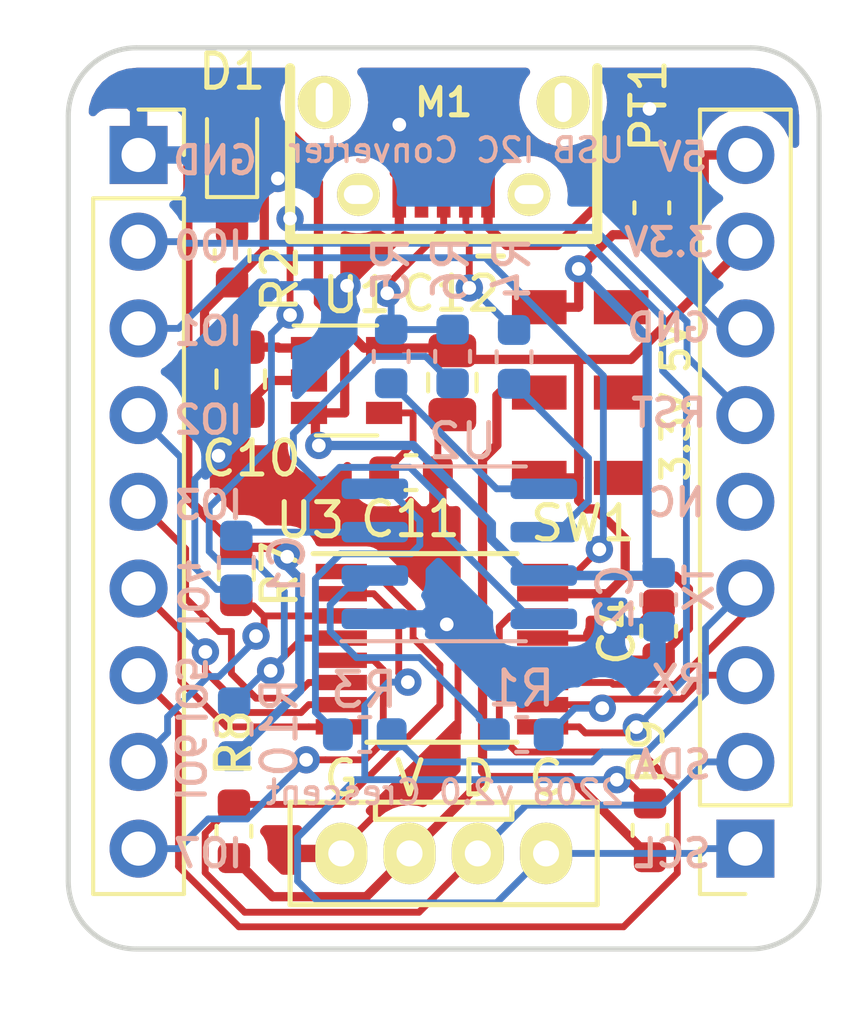
<source format=kicad_pcb>
(kicad_pcb (version 20171130) (host pcbnew "(5.1.2)-1")

  (general
    (thickness 1.6)
    (drawings 30)
    (tracks 494)
    (zones 0)
    (modules 26)
    (nets 28)
  )

  (page A4)
  (title_block
    (title "USB I2C Converter")
    (date 2022-08-15)
    (rev v2.0)
    (company Crescent)
  )

  (layers
    (0 F.Cu signal)
    (31 B.Cu signal)
    (32 B.Adhes user)
    (33 F.Adhes user)
    (34 B.Paste user)
    (35 F.Paste user)
    (36 B.SilkS user)
    (37 F.SilkS user)
    (38 B.Mask user)
    (39 F.Mask user)
    (40 Dwgs.User user)
    (41 Cmts.User user)
    (42 Eco1.User user)
    (43 Eco2.User user)
    (44 Edge.Cuts user)
    (45 Margin user)
    (46 B.CrtYd user)
    (47 F.CrtYd user)
    (48 B.Fab user hide)
    (49 F.Fab user hide)
  )

  (setup
    (last_trace_width 0.2)
    (trace_clearance 0.22)
    (zone_clearance 0.508)
    (zone_45_only no)
    (trace_min 0.2)
    (via_size 0.8)
    (via_drill 0.4)
    (via_min_size 0.4)
    (via_min_drill 0.3)
    (uvia_size 0.3)
    (uvia_drill 0.1)
    (uvias_allowed no)
    (uvia_min_size 0.2)
    (uvia_min_drill 0.1)
    (edge_width 0.05)
    (segment_width 0.2)
    (pcb_text_width 0.3)
    (pcb_text_size 1.5 1.5)
    (mod_edge_width 0.12)
    (mod_text_size 1 1)
    (mod_text_width 0.15)
    (pad_size 1.7 1.7)
    (pad_drill 1)
    (pad_to_mask_clearance 0.051)
    (solder_mask_min_width 0.25)
    (aux_axis_origin 0 0)
    (visible_elements 7FFFFF7F)
    (pcbplotparams
      (layerselection 0x010fc_ffffffff)
      (usegerberextensions true)
      (usegerberattributes false)
      (usegerberadvancedattributes false)
      (creategerberjobfile false)
      (excludeedgelayer true)
      (linewidth 0.100000)
      (plotframeref false)
      (viasonmask false)
      (mode 1)
      (useauxorigin false)
      (hpglpennumber 1)
      (hpglpenspeed 20)
      (hpglpendiameter 15.000000)
      (psnegative false)
      (psa4output false)
      (plotreference true)
      (plotvalue true)
      (plotinvisibletext false)
      (padsonsilk false)
      (subtractmaskfromsilk false)
      (outputformat 1)
      (mirror false)
      (drillshape 0)
      (scaleselection 1)
      (outputdirectory "GERBER/"))
  )

  (net 0 "")
  (net 1 GND)
  (net 2 "Net-(C1-Pad1)")
  (net 3 +5V)
  (net 4 "Net-(C11-Pad1)")
  (net 5 +3V3)
  (net 6 "Net-(D1-Pad1)")
  (net 7 /RX)
  (net 8 /TX)
  (net 9 /RST)
  (net 10 /DP)
  (net 11 /DM)
  (net 12 "Net-(M1-Pad1)")
  (net 13 /USB_TX)
  (net 14 /USB_RX)
  (net 15 "Net-(R4-Pad2)")
  (net 16 "Net-(R5-Pad2)")
  (net 17 /SCL)
  (net 18 /SDA)
  (net 19 /VCC)
  (net 20 /IO7)
  (net 21 /IO6)
  (net 22 /IO5)
  (net 23 /IO4)
  (net 24 /IO3)
  (net 25 /IO2)
  (net 26 /IO1)
  (net 27 /IO0)

  (net_class Default "これはデフォルトのネット クラスです。"
    (clearance 0.22)
    (trace_width 0.2)
    (via_dia 0.8)
    (via_drill 0.4)
    (uvia_dia 0.3)
    (uvia_drill 0.1)
    (add_net /DM)
    (add_net /DP)
    (add_net /IO0)
    (add_net /IO1)
    (add_net /IO2)
    (add_net /IO3)
    (add_net /IO4)
    (add_net /IO5)
    (add_net /IO6)
    (add_net /IO7)
    (add_net /RST)
    (add_net /RX)
    (add_net /SCL)
    (add_net /SDA)
    (add_net /TX)
    (add_net /USB_RX)
    (add_net /USB_TX)
    (add_net "Net-(C1-Pad1)")
    (add_net "Net-(C11-Pad1)")
    (add_net "Net-(D1-Pad1)")
    (add_net "Net-(R4-Pad2)")
    (add_net "Net-(R5-Pad2)")
  )

  (net_class POW ""
    (clearance 0.22)
    (trace_width 0.27)
    (via_dia 0.8)
    (via_drill 0.4)
    (uvia_dia 0.3)
    (uvia_drill 0.1)
    (add_net +3V3)
    (add_net +5V)
    (add_net /VCC)
    (add_net GND)
    (add_net "Net-(M1-Pad1)")
  )

  (module Resistor_SMD:R_0603_1608Metric (layer B.Cu) (tedit 5B301BBD) (tstamp 62F9B001)
    (at 101.86 146.362 90)
    (descr "Resistor SMD 0603 (1608 Metric), square (rectangular) end terminal, IPC_7351 nominal, (Body size source: http://www.tortai-tech.com/upload/download/2011102023233369053.pdf), generated with kicad-footprint-generator")
    (tags resistor)
    (path /62F9DE48)
    (attr smd)
    (fp_text reference R10 (at 0.052 1.33 90) (layer B.SilkS)
      (effects (font (size 1 1) (thickness 0.15)) (justify mirror))
    )
    (fp_text value 10k (at 0 -1.43 90) (layer B.Fab)
      (effects (font (size 1 1) (thickness 0.15)) (justify mirror))
    )
    (fp_text user %R (at 0 0 90) (layer B.Fab)
      (effects (font (size 0.4 0.4) (thickness 0.06)) (justify mirror))
    )
    (fp_line (start 1.48 -0.73) (end -1.48 -0.73) (layer B.CrtYd) (width 0.05))
    (fp_line (start 1.48 0.73) (end 1.48 -0.73) (layer B.CrtYd) (width 0.05))
    (fp_line (start -1.48 0.73) (end 1.48 0.73) (layer B.CrtYd) (width 0.05))
    (fp_line (start -1.48 -0.73) (end -1.48 0.73) (layer B.CrtYd) (width 0.05))
    (fp_line (start -0.162779 -0.51) (end 0.162779 -0.51) (layer B.SilkS) (width 0.12))
    (fp_line (start -0.162779 0.51) (end 0.162779 0.51) (layer B.SilkS) (width 0.12))
    (fp_line (start 0.8 -0.4) (end -0.8 -0.4) (layer B.Fab) (width 0.1))
    (fp_line (start 0.8 0.4) (end 0.8 -0.4) (layer B.Fab) (width 0.1))
    (fp_line (start -0.8 0.4) (end 0.8 0.4) (layer B.Fab) (width 0.1))
    (fp_line (start -0.8 -0.4) (end -0.8 0.4) (layer B.Fab) (width 0.1))
    (pad 2 smd roundrect (at 0.7875 0 90) (size 0.875 0.95) (layers B.Cu B.Paste B.Mask) (roundrect_rratio 0.25)
      (net 9 /RST))
    (pad 1 smd roundrect (at -0.7875 0 90) (size 0.875 0.95) (layers B.Cu B.Paste B.Mask) (roundrect_rratio 0.25)
      (net 5 +3V3))
    (model ${KISYS3DMOD}/Resistor_SMD.3dshapes/R_0603_1608Metric.wrl
      (at (xyz 0 0 0))
      (scale (xyz 1 1 1))
      (rotate (xyz 0 0 0))
    )
  )

  (module Package_SO:TSSOP-16_4.4x5mm_P0.65mm (layer F.Cu) (tedit 5A02F25C) (tstamp 62F60B3C)
    (at 107.95 144.018)
    (descr "16-Lead Plastic Thin Shrink Small Outline (ST)-4.4 mm Body [TSSOP] (see Microchip Packaging Specification 00000049BS.pdf)")
    (tags "SSOP 0.65")
    (path /62F6DC4D)
    (attr smd)
    (fp_text reference U3 (at -3.86 -3.778) (layer F.SilkS)
      (effects (font (size 1 1) (thickness 0.15)))
    )
    (fp_text value SC18IM704 (at 0 3.55) (layer F.Fab)
      (effects (font (size 1 1) (thickness 0.15)))
    )
    (fp_text user %R (at 0 0) (layer F.Fab)
      (effects (font (size 0.8 0.8) (thickness 0.15)))
    )
    (fp_line (start -3.775 -2.8) (end 2.2 -2.8) (layer F.SilkS) (width 0.15))
    (fp_line (start -2.2 2.725) (end 2.2 2.725) (layer F.SilkS) (width 0.15))
    (fp_line (start -3.95 2.8) (end 3.95 2.8) (layer F.CrtYd) (width 0.05))
    (fp_line (start -3.95 -2.9) (end 3.95 -2.9) (layer F.CrtYd) (width 0.05))
    (fp_line (start 3.95 -2.9) (end 3.95 2.8) (layer F.CrtYd) (width 0.05))
    (fp_line (start -3.95 -2.9) (end -3.95 2.8) (layer F.CrtYd) (width 0.05))
    (fp_line (start -2.2 -1.5) (end -1.2 -2.5) (layer F.Fab) (width 0.15))
    (fp_line (start -2.2 2.5) (end -2.2 -1.5) (layer F.Fab) (width 0.15))
    (fp_line (start 2.2 2.5) (end -2.2 2.5) (layer F.Fab) (width 0.15))
    (fp_line (start 2.2 -2.5) (end 2.2 2.5) (layer F.Fab) (width 0.15))
    (fp_line (start -1.2 -2.5) (end 2.2 -2.5) (layer F.Fab) (width 0.15))
    (pad 16 smd rect (at 2.95 -2.275) (size 1.5 0.45) (layers F.Cu F.Paste F.Mask)
      (net 26 /IO1))
    (pad 15 smd rect (at 2.95 -1.625) (size 1.5 0.45) (layers F.Cu F.Paste F.Mask)
      (net 5 +3V3))
    (pad 14 smd rect (at 2.95 -0.975) (size 1.5 0.45) (layers F.Cu F.Paste F.Mask)
      (net 22 /IO5))
    (pad 13 smd rect (at 2.95 -0.325) (size 1.5 0.45) (layers F.Cu F.Paste F.Mask)
      (net 1 GND))
    (pad 12 smd rect (at 2.95 0.325) (size 1.5 0.45) (layers F.Cu F.Paste F.Mask)
      (net 5 +3V3))
    (pad 11 smd rect (at 2.95 0.975) (size 1.5 0.45) (layers F.Cu F.Paste F.Mask)
      (net 8 /TX))
    (pad 10 smd rect (at 2.95 1.625) (size 1.5 0.45) (layers F.Cu F.Paste F.Mask)
      (net 7 /RX))
    (pad 9 smd rect (at 2.95 2.275) (size 1.5 0.45) (layers F.Cu F.Paste F.Mask)
      (net 27 /IO0))
    (pad 8 smd rect (at -2.95 2.275) (size 1.5 0.45) (layers F.Cu F.Paste F.Mask)
      (net 23 /IO4))
    (pad 7 smd rect (at -2.95 1.625) (size 1.5 0.45) (layers F.Cu F.Paste F.Mask)
      (net 25 /IO2))
    (pad 6 smd rect (at -2.95 0.975) (size 1.5 0.45) (layers F.Cu F.Paste F.Mask)
      (net 24 /IO3))
    (pad 5 smd rect (at -2.95 0.325) (size 1.5 0.45) (layers F.Cu F.Paste F.Mask)
      (net 20 /IO7))
    (pad 4 smd rect (at -2.95 -0.325) (size 1.5 0.45) (layers F.Cu F.Paste F.Mask)
      (net 9 /RST))
    (pad 3 smd rect (at -2.95 -0.975) (size 1.5 0.45) (layers F.Cu F.Paste F.Mask)
      (net 21 /IO6))
    (pad 2 smd rect (at -2.95 -1.625) (size 1.5 0.45) (layers F.Cu F.Paste F.Mask)
      (net 17 /SCL))
    (pad 1 smd rect (at -2.95 -2.275) (size 1.5 0.45) (layers F.Cu F.Paste F.Mask)
      (net 18 /SDA))
    (model ${KISYS3DMOD}/Package_SO.3dshapes/TSSOP-16_4.4x5mm_P0.65mm.wrl
      (at (xyz 0 0 0))
      (scale (xyz 1 1 1))
      (rotate (xyz 0 0 0))
    )
  )

  (module Capacitor_SMD:C_0603_1608Metric (layer B.Cu) (tedit 5E0BF748) (tstamp 62F6308A)
    (at 101.924 141.478 270)
    (descr "Capacitor SMD 0603 (1608 Metric), square (rectangular) end terminal, IPC_7351 nominal, (Body size source: http://www.tortai-tech.com/upload/download/2011102023233369053.pdf), generated with kicad-footprint-generator")
    (tags capacitor)
    (path /5BDA3937)
    (attr smd)
    (fp_text reference C1 (at 0.152 -1.486 270) (layer B.SilkS)
      (effects (font (size 1 1) (thickness 0.15)) (justify mirror))
    )
    (fp_text value 0.1u (at 0 -1.43 270) (layer B.Fab) hide
      (effects (font (size 1 1) (thickness 0.15)) (justify mirror))
    )
    (fp_text user %R (at 0 0 270) (layer B.Fab)
      (effects (font (size 0.4 0.4) (thickness 0.06)) (justify mirror))
    )
    (fp_line (start 1.48 -0.73) (end -1.48 -0.73) (layer B.CrtYd) (width 0.05))
    (fp_line (start 1.48 0.73) (end 1.48 -0.73) (layer B.CrtYd) (width 0.05))
    (fp_line (start -1.48 0.73) (end 1.48 0.73) (layer B.CrtYd) (width 0.05))
    (fp_line (start -1.48 -0.73) (end -1.48 0.73) (layer B.CrtYd) (width 0.05))
    (fp_line (start -0.162779 -0.51) (end 0.162779 -0.51) (layer B.SilkS) (width 0.12))
    (fp_line (start -0.162779 0.51) (end 0.162779 0.51) (layer B.SilkS) (width 0.12))
    (fp_line (start 0.8 -0.4) (end -0.8 -0.4) (layer B.Fab) (width 0.1))
    (fp_line (start 0.8 0.4) (end 0.8 -0.4) (layer B.Fab) (width 0.1))
    (fp_line (start -0.8 0.4) (end 0.8 0.4) (layer B.Fab) (width 0.1))
    (fp_line (start -0.8 -0.4) (end -0.8 0.4) (layer B.Fab) (width 0.1))
    (pad 2 smd roundrect (at 0.7875 0 270) (size 0.875 0.95) (layers B.Cu B.Paste B.Mask) (roundrect_rratio 0.25)
      (net 1 GND))
    (pad 1 smd roundrect (at -0.7875 0 270) (size 0.875 0.95) (layers B.Cu B.Paste B.Mask) (roundrect_rratio 0.25)
      (net 2 "Net-(C1-Pad1)"))
    (model ${KISYS3DMOD}/Capacitor_SMD.3dshapes/C_0603_1608Metric.wrl
      (at (xyz 0 0 0))
      (scale (xyz 1 1 1))
      (rotate (xyz 0 0 0))
    )
  )

  (module Capacitor_SMD:C_0603_1608Metric (layer B.Cu) (tedit 5B301BBE) (tstamp 5D03510D)
    (at 114.3 142.57 270)
    (descr "Capacitor SMD 0603 (1608 Metric), square (rectangular) end terminal, IPC_7351 nominal, (Body size source: http://www.tortai-tech.com/upload/download/2011102023233369053.pdf), generated with kicad-footprint-generator")
    (tags capacitor)
    (path /5BDA7EA6)
    (attr smd)
    (fp_text reference C2 (at -0.0765 1.27 270) (layer B.SilkS)
      (effects (font (size 1 1) (thickness 0.15)) (justify mirror))
    )
    (fp_text value 0.1u (at 0 -1.43 270) (layer B.Fab) hide
      (effects (font (size 1 1) (thickness 0.15)) (justify mirror))
    )
    (fp_line (start -0.8 -0.4) (end -0.8 0.4) (layer B.Fab) (width 0.1))
    (fp_line (start -0.8 0.4) (end 0.8 0.4) (layer B.Fab) (width 0.1))
    (fp_line (start 0.8 0.4) (end 0.8 -0.4) (layer B.Fab) (width 0.1))
    (fp_line (start 0.8 -0.4) (end -0.8 -0.4) (layer B.Fab) (width 0.1))
    (fp_line (start -0.162779 0.51) (end 0.162779 0.51) (layer B.SilkS) (width 0.12))
    (fp_line (start -0.162779 -0.51) (end 0.162779 -0.51) (layer B.SilkS) (width 0.12))
    (fp_line (start -1.48 -0.73) (end -1.48 0.73) (layer B.CrtYd) (width 0.05))
    (fp_line (start -1.48 0.73) (end 1.48 0.73) (layer B.CrtYd) (width 0.05))
    (fp_line (start 1.48 0.73) (end 1.48 -0.73) (layer B.CrtYd) (width 0.05))
    (fp_line (start 1.48 -0.73) (end -1.48 -0.73) (layer B.CrtYd) (width 0.05))
    (fp_text user %R (at 0 0 270) (layer B.Fab)
      (effects (font (size 0.4 0.4) (thickness 0.06)) (justify mirror))
    )
    (pad 1 smd roundrect (at -0.7875 0 270) (size 0.875 0.95) (layers B.Cu B.Paste B.Mask) (roundrect_rratio 0.25)
      (net 3 +5V))
    (pad 2 smd roundrect (at 0.7875 0 270) (size 0.875 0.95) (layers B.Cu B.Paste B.Mask) (roundrect_rratio 0.25)
      (net 1 GND))
    (model ${KISYS3DMOD}/Capacitor_SMD.3dshapes/C_0603_1608Metric.wrl
      (at (xyz 0 0 0))
      (scale (xyz 1 1 1))
      (rotate (xyz 0 0 0))
    )
  )

  (module Capacitor_SMD:C_0805_2012Metric (layer F.Cu) (tedit 5E0BFB4A) (tstamp 5D03511E)
    (at 102.054 136.108 270)
    (descr "Capacitor SMD 0805 (2012 Metric), square (rectangular) end terminal, IPC_7351 nominal, (Body size source: https://docs.google.com/spreadsheets/d/1BsfQQcO9C6DZCsRaXUlFlo91Tg2WpOkGARC1WS5S8t0/edit?usp=sharing), generated with kicad-footprint-generator")
    (tags capacitor)
    (path /5A749B00)
    (attr smd)
    (fp_text reference C10 (at 2.322 -0.308 180) (layer F.SilkS)
      (effects (font (size 1 1) (thickness 0.15)))
    )
    (fp_text value 10u (at 0 1.65 90) (layer F.Fab) hide
      (effects (font (size 1 1) (thickness 0.15)))
    )
    (fp_text user %R (at 0 0 90) (layer F.Fab)
      (effects (font (size 0.5 0.5) (thickness 0.08)))
    )
    (fp_line (start 1.68 0.95) (end -1.68 0.95) (layer F.CrtYd) (width 0.05))
    (fp_line (start 1.68 -0.95) (end 1.68 0.95) (layer F.CrtYd) (width 0.05))
    (fp_line (start -1.68 -0.95) (end 1.68 -0.95) (layer F.CrtYd) (width 0.05))
    (fp_line (start -1.68 0.95) (end -1.68 -0.95) (layer F.CrtYd) (width 0.05))
    (fp_line (start -0.258578 0.71) (end 0.258578 0.71) (layer F.SilkS) (width 0.12))
    (fp_line (start -0.258578 -0.71) (end 0.258578 -0.71) (layer F.SilkS) (width 0.12))
    (fp_line (start 1 0.6) (end -1 0.6) (layer F.Fab) (width 0.1))
    (fp_line (start 1 -0.6) (end 1 0.6) (layer F.Fab) (width 0.1))
    (fp_line (start -1 -0.6) (end 1 -0.6) (layer F.Fab) (width 0.1))
    (fp_line (start -1 0.6) (end -1 -0.6) (layer F.Fab) (width 0.1))
    (pad 2 smd roundrect (at 0.9375 0 270) (size 0.975 1.4) (layers F.Cu F.Paste F.Mask) (roundrect_rratio 0.25)
      (net 1 GND))
    (pad 1 smd roundrect (at -0.9375 0 270) (size 0.975 1.4) (layers F.Cu F.Paste F.Mask) (roundrect_rratio 0.25)
      (net 3 +5V))
    (model ${KISYS3DMOD}/Capacitor_SMD.3dshapes/C_0805_2012Metric.wrl
      (at (xyz 0 0 0))
      (scale (xyz 1 1 1))
      (rotate (xyz 0 0 0))
    )
  )

  (module Capacitor_SMD:C_0603_1608Metric (layer F.Cu) (tedit 5E0BFAF4) (tstamp 5D03512F)
    (at 107.042 138.846)
    (descr "Capacitor SMD 0603 (1608 Metric), square (rectangular) end terminal, IPC_7351 nominal, (Body size source: http://www.tortai-tech.com/upload/download/2011102023233369053.pdf), generated with kicad-footprint-generator")
    (tags capacitor)
    (path /5A749CC9)
    (attr smd)
    (fp_text reference C11 (at -0.018 1.362) (layer F.SilkS)
      (effects (font (size 1 1) (thickness 0.15)))
    )
    (fp_text value 0.01u (at 0 1.43) (layer F.Fab) hide
      (effects (font (size 1 1) (thickness 0.15)))
    )
    (fp_line (start -0.8 0.4) (end -0.8 -0.4) (layer F.Fab) (width 0.1))
    (fp_line (start -0.8 -0.4) (end 0.8 -0.4) (layer F.Fab) (width 0.1))
    (fp_line (start 0.8 -0.4) (end 0.8 0.4) (layer F.Fab) (width 0.1))
    (fp_line (start 0.8 0.4) (end -0.8 0.4) (layer F.Fab) (width 0.1))
    (fp_line (start -0.162779 -0.51) (end 0.162779 -0.51) (layer F.SilkS) (width 0.12))
    (fp_line (start -0.162779 0.51) (end 0.162779 0.51) (layer F.SilkS) (width 0.12))
    (fp_line (start -1.48 0.73) (end -1.48 -0.73) (layer F.CrtYd) (width 0.05))
    (fp_line (start -1.48 -0.73) (end 1.48 -0.73) (layer F.CrtYd) (width 0.05))
    (fp_line (start 1.48 -0.73) (end 1.48 0.73) (layer F.CrtYd) (width 0.05))
    (fp_line (start 1.48 0.73) (end -1.48 0.73) (layer F.CrtYd) (width 0.05))
    (fp_text user %R (at 0 0) (layer F.Fab)
      (effects (font (size 0.4 0.4) (thickness 0.06)))
    )
    (pad 1 smd roundrect (at -0.7875 0) (size 0.875 0.95) (layers F.Cu F.Paste F.Mask) (roundrect_rratio 0.25)
      (net 4 "Net-(C11-Pad1)"))
    (pad 2 smd roundrect (at 0.7875 0) (size 0.875 0.95) (layers F.Cu F.Paste F.Mask) (roundrect_rratio 0.25)
      (net 1 GND))
    (model ${KISYS3DMOD}/Capacitor_SMD.3dshapes/C_0603_1608Metric.wrl
      (at (xyz 0 0 0))
      (scale (xyz 1 1 1))
      (rotate (xyz 0 0 0))
    )
  )

  (module Capacitor_SMD:C_0805_2012Metric (layer F.Cu) (tedit 5E0BFAD4) (tstamp 5D035140)
    (at 108.254 136.208 270)
    (descr "Capacitor SMD 0805 (2012 Metric), square (rectangular) end terminal, IPC_7351 nominal, (Body size source: https://docs.google.com/spreadsheets/d/1BsfQQcO9C6DZCsRaXUlFlo91Tg2WpOkGARC1WS5S8t0/edit?usp=sharing), generated with kicad-footprint-generator")
    (tags capacitor)
    (path /5A749D47)
    (attr smd)
    (fp_text reference C12 (at -2.604 0.05) (layer F.SilkS)
      (effects (font (size 1 1) (thickness 0.15)))
    )
    (fp_text value 10u (at 0 1.65 90) (layer F.Fab) hide
      (effects (font (size 1 1) (thickness 0.15)))
    )
    (fp_text user %R (at 0 0 90) (layer F.Fab)
      (effects (font (size 0.5 0.5) (thickness 0.08)))
    )
    (fp_line (start 1.68 0.95) (end -1.68 0.95) (layer F.CrtYd) (width 0.05))
    (fp_line (start 1.68 -0.95) (end 1.68 0.95) (layer F.CrtYd) (width 0.05))
    (fp_line (start -1.68 -0.95) (end 1.68 -0.95) (layer F.CrtYd) (width 0.05))
    (fp_line (start -1.68 0.95) (end -1.68 -0.95) (layer F.CrtYd) (width 0.05))
    (fp_line (start -0.258578 0.71) (end 0.258578 0.71) (layer F.SilkS) (width 0.12))
    (fp_line (start -0.258578 -0.71) (end 0.258578 -0.71) (layer F.SilkS) (width 0.12))
    (fp_line (start 1 0.6) (end -1 0.6) (layer F.Fab) (width 0.1))
    (fp_line (start 1 -0.6) (end 1 0.6) (layer F.Fab) (width 0.1))
    (fp_line (start -1 -0.6) (end 1 -0.6) (layer F.Fab) (width 0.1))
    (fp_line (start -1 0.6) (end -1 -0.6) (layer F.Fab) (width 0.1))
    (pad 2 smd roundrect (at 0.9375 0 270) (size 0.975 1.4) (layers F.Cu F.Paste F.Mask) (roundrect_rratio 0.25)
      (net 1 GND))
    (pad 1 smd roundrect (at -0.9375 0 270) (size 0.975 1.4) (layers F.Cu F.Paste F.Mask) (roundrect_rratio 0.25)
      (net 5 +3V3))
    (model ${KISYS3DMOD}/Capacitor_SMD.3dshapes/C_0805_2012Metric.wrl
      (at (xyz 0 0 0))
      (scale (xyz 1 1 1))
      (rotate (xyz 0 0 0))
    )
  )

  (module LED_SMD:LED_0603_1608Metric (layer F.Cu) (tedit 5B301BBE) (tstamp 5D035153)
    (at 101.8 129.288 90)
    (descr "LED SMD 0603 (1608 Metric), square (rectangular) end terminal, IPC_7351 nominal, (Body size source: http://www.tortai-tech.com/upload/download/2011102023233369053.pdf), generated with kicad-footprint-generator")
    (tags diode)
    (path /5D03F372)
    (attr smd)
    (fp_text reference D1 (at 2.1875 0 180) (layer F.SilkS)
      (effects (font (size 1 1) (thickness 0.15)))
    )
    (fp_text value LED (at 0 1.43 90) (layer F.Fab) hide
      (effects (font (size 1 1) (thickness 0.15)))
    )
    (fp_line (start 0.8 -0.4) (end -0.5 -0.4) (layer F.Fab) (width 0.1))
    (fp_line (start -0.5 -0.4) (end -0.8 -0.1) (layer F.Fab) (width 0.1))
    (fp_line (start -0.8 -0.1) (end -0.8 0.4) (layer F.Fab) (width 0.1))
    (fp_line (start -0.8 0.4) (end 0.8 0.4) (layer F.Fab) (width 0.1))
    (fp_line (start 0.8 0.4) (end 0.8 -0.4) (layer F.Fab) (width 0.1))
    (fp_line (start 0.8 -0.735) (end -1.485 -0.735) (layer F.SilkS) (width 0.12))
    (fp_line (start -1.485 -0.735) (end -1.485 0.735) (layer F.SilkS) (width 0.12))
    (fp_line (start -1.485 0.735) (end 0.8 0.735) (layer F.SilkS) (width 0.12))
    (fp_line (start -1.48 0.73) (end -1.48 -0.73) (layer F.CrtYd) (width 0.05))
    (fp_line (start -1.48 -0.73) (end 1.48 -0.73) (layer F.CrtYd) (width 0.05))
    (fp_line (start 1.48 -0.73) (end 1.48 0.73) (layer F.CrtYd) (width 0.05))
    (fp_line (start 1.48 0.73) (end -1.48 0.73) (layer F.CrtYd) (width 0.05))
    (fp_text user %R (at 0 0 90) (layer F.Fab)
      (effects (font (size 0.4 0.4) (thickness 0.06)))
    )
    (pad 1 smd roundrect (at -0.7875 0 90) (size 0.875 0.95) (layers F.Cu F.Paste F.Mask) (roundrect_rratio 0.25)
      (net 6 "Net-(D1-Pad1)"))
    (pad 2 smd roundrect (at 0.7875 0 90) (size 0.875 0.95) (layers F.Cu F.Paste F.Mask) (roundrect_rratio 0.25)
      (net 5 +3V3))
    (model ${KISYS3DMOD}/LED_SMD.3dshapes/LED_0603_1608Metric.wrl
      (at (xyz 0 0 0))
      (scale (xyz 1 1 1))
      (rotate (xyz 0 0 0))
    )
  )

  (module mUSB:CONN-10118194-0001LF-FCI (layer F.Cu) (tedit 54CEE72D) (tstamp 5D0351B2)
    (at 108 128 180)
    (path /5D03452D)
    (attr smd)
    (fp_text reference M1 (at 0 0) (layer F.SilkS)
      (effects (font (size 0.8 0.8) (thickness 0.15)))
    )
    (fp_text value MICRO-USB-ZX62R-B-5P-con-hirose (at 0 0) (layer F.Fab) hide
      (effects (font (size 0.8 0.8) (thickness 0.15)))
    )
    (fp_line (start -4 1.45) (end 4 1.45) (layer Dwgs.User) (width 0.3))
    (fp_line (start 4.5 -4) (end 4.5 1) (layer F.SilkS) (width 0.3))
    (fp_line (start -4.5 -4) (end 4.5 -4) (layer F.SilkS) (width 0.3))
    (fp_line (start -4.5 -3.5) (end -4.5 -4) (layer F.SilkS) (width 0.3))
    (fp_line (start -4.5 1) (end -4.5 -3.5) (layer F.SilkS) (width 0.3))
    (fp_line (start -1.75 -4.5) (end -1 -4.5) (layer F.SilkS) (width 0.15))
    (fp_line (start -4.5 -4) (end -4.5 1) (layer F.Fab) (width 0.15))
    (fp_line (start 4.5 -4) (end -4.5 -4) (layer F.Fab) (width 0.15))
    (fp_line (start 4.5 1) (end 4.5 -4) (layer F.Fab) (width 0.15))
    (fp_line (start -4.5 1) (end 4.5 1) (layer F.Fab) (width 0.15))
    (fp_line (start 5 1.5) (end -5 1.5) (layer F.CrtYd) (width 0.15))
    (fp_line (start 5 -4.5) (end 5 1.5) (layer F.CrtYd) (width 0.15))
    (fp_line (start -5 -4.5) (end 5 -4.5) (layer F.CrtYd) (width 0.15))
    (fp_line (start -5 1.5) (end -5 -4.5) (layer F.CrtYd) (width 0.15))
    (pad SH thru_hole oval (at 2.5 -2.7 180) (size 1.25 1.25) (drill oval 0.85 0.55) (layers *.Cu *.Mask F.SilkS))
    (pad SH thru_hole oval (at -2.5 -2.7 180) (size 1.25 1.25) (drill oval 0.85 0.55) (layers *.Cu *.Mask F.SilkS))
    (pad SH thru_hole oval (at 3.5 0 180) (size 1.55 1.55) (drill oval 0.5 1.15) (layers *.Cu *.Mask F.SilkS))
    (pad SH thru_hole oval (at -3.5 0 180) (size 1.55 1.55) (drill oval 0.5 1.15) (layers *.Cu *.Mask F.SilkS))
    (pad 5 smd rect (at 1.3 -2.7 180) (size 0.4 1.35) (layers F.Cu F.Paste F.Mask)
      (net 1 GND))
    (pad 4 smd rect (at 0.65 -2.7 180) (size 0.4 1.35) (layers F.Cu F.Paste F.Mask))
    (pad 3 smd rect (at 0 -2.7 180) (size 0.4 1.35) (layers F.Cu F.Paste F.Mask)
      (net 10 /DP))
    (pad 2 smd rect (at -0.65 -2.7 180) (size 0.4 1.35) (layers F.Cu F.Paste F.Mask)
      (net 11 /DM))
    (pad 1 smd rect (at -1.3 -2.7 180) (size 0.4 1.35) (layers F.Cu F.Paste F.Mask)
      (net 12 "Net-(M1-Pad1)"))
    (model conn_pc/usb_B_micro_smd-2.wrl
      (at (xyz 0 0 0))
      (scale (xyz 1 1 1))
      (rotate (xyz 0 0 0))
    )
  )

  (module Resistor_SMD:R_0603_1608Metric (layer F.Cu) (tedit 5B301BBD) (tstamp 5D0351C3)
    (at 114.1 131.088 90)
    (descr "Resistor SMD 0603 (1608 Metric), square (rectangular) end terminal, IPC_7351 nominal, (Body size source: http://www.tortai-tech.com/upload/download/2011102023233369053.pdf), generated with kicad-footprint-generator")
    (tags resistor)
    (path /5BDA4482)
    (attr smd)
    (fp_text reference PT1 (at 2.9875 -0.1 90) (layer F.SilkS)
      (effects (font (size 1 1) (thickness 0.15)))
    )
    (fp_text value "femtoSMDC035F-02 " (at 0 1.43 90) (layer F.Fab) hide
      (effects (font (size 1 1) (thickness 0.15)))
    )
    (fp_text user %R (at 0 0 90) (layer F.Fab)
      (effects (font (size 0.4 0.4) (thickness 0.06)))
    )
    (fp_line (start 1.48 0.73) (end -1.48 0.73) (layer F.CrtYd) (width 0.05))
    (fp_line (start 1.48 -0.73) (end 1.48 0.73) (layer F.CrtYd) (width 0.05))
    (fp_line (start -1.48 -0.73) (end 1.48 -0.73) (layer F.CrtYd) (width 0.05))
    (fp_line (start -1.48 0.73) (end -1.48 -0.73) (layer F.CrtYd) (width 0.05))
    (fp_line (start -0.162779 0.51) (end 0.162779 0.51) (layer F.SilkS) (width 0.12))
    (fp_line (start -0.162779 -0.51) (end 0.162779 -0.51) (layer F.SilkS) (width 0.12))
    (fp_line (start 0.8 0.4) (end -0.8 0.4) (layer F.Fab) (width 0.1))
    (fp_line (start 0.8 -0.4) (end 0.8 0.4) (layer F.Fab) (width 0.1))
    (fp_line (start -0.8 -0.4) (end 0.8 -0.4) (layer F.Fab) (width 0.1))
    (fp_line (start -0.8 0.4) (end -0.8 -0.4) (layer F.Fab) (width 0.1))
    (pad 2 smd roundrect (at 0.7875 0 90) (size 0.875 0.95) (layers F.Cu F.Paste F.Mask) (roundrect_rratio 0.25)
      (net 12 "Net-(M1-Pad1)"))
    (pad 1 smd roundrect (at -0.7875 0 90) (size 0.875 0.95) (layers F.Cu F.Paste F.Mask) (roundrect_rratio 0.25)
      (net 3 +5V))
    (model ${KISYS3DMOD}/Resistor_SMD.3dshapes/R_0603_1608Metric.wrl
      (at (xyz 0 0 0))
      (scale (xyz 1 1 1))
      (rotate (xyz 0 0 0))
    )
  )

  (module Resistor_SMD:R_0603_1608Metric (layer B.Cu) (tedit 5B301BBD) (tstamp 62F61CF2)
    (at 110.288 146.516)
    (descr "Resistor SMD 0603 (1608 Metric), square (rectangular) end terminal, IPC_7351 nominal, (Body size source: http://www.tortai-tech.com/upload/download/2011102023233369053.pdf), generated with kicad-footprint-generator")
    (tags resistor)
    (path /5CB16583)
    (attr smd)
    (fp_text reference R1 (at -0.018 -1.346) (layer B.SilkS)
      (effects (font (size 1 1) (thickness 0.15)) (justify mirror))
    )
    (fp_text value 27 (at 0 -1.43) (layer B.Fab) hide
      (effects (font (size 1 1) (thickness 0.15)) (justify mirror))
    )
    (fp_text user %R (at 0 0) (layer B.Fab)
      (effects (font (size 0.4 0.4) (thickness 0.06)) (justify mirror))
    )
    (fp_line (start 1.48 -0.73) (end -1.48 -0.73) (layer B.CrtYd) (width 0.05))
    (fp_line (start 1.48 0.73) (end 1.48 -0.73) (layer B.CrtYd) (width 0.05))
    (fp_line (start -1.48 0.73) (end 1.48 0.73) (layer B.CrtYd) (width 0.05))
    (fp_line (start -1.48 -0.73) (end -1.48 0.73) (layer B.CrtYd) (width 0.05))
    (fp_line (start -0.162779 -0.51) (end 0.162779 -0.51) (layer B.SilkS) (width 0.12))
    (fp_line (start -0.162779 0.51) (end 0.162779 0.51) (layer B.SilkS) (width 0.12))
    (fp_line (start 0.8 -0.4) (end -0.8 -0.4) (layer B.Fab) (width 0.1))
    (fp_line (start 0.8 0.4) (end 0.8 -0.4) (layer B.Fab) (width 0.1))
    (fp_line (start -0.8 0.4) (end 0.8 0.4) (layer B.Fab) (width 0.1))
    (fp_line (start -0.8 -0.4) (end -0.8 0.4) (layer B.Fab) (width 0.1))
    (pad 2 smd roundrect (at 0.7875 0) (size 0.875 0.95) (layers B.Cu B.Paste B.Mask) (roundrect_rratio 0.25)
      (net 7 /RX))
    (pad 1 smd roundrect (at -0.7875 0) (size 0.875 0.95) (layers B.Cu B.Paste B.Mask) (roundrect_rratio 0.25)
      (net 13 /USB_TX))
    (model ${KISYS3DMOD}/Resistor_SMD.3dshapes/R_0603_1608Metric.wrl
      (at (xyz 0 0 0))
      (scale (xyz 1 1 1))
      (rotate (xyz 0 0 0))
    )
  )

  (module Resistor_SMD:R_0603_1608Metric (layer F.Cu) (tedit 5E0BFB5C) (tstamp 5D0351E5)
    (at 101.8 132.488 270)
    (descr "Resistor SMD 0603 (1608 Metric), square (rectangular) end terminal, IPC_7351 nominal, (Body size source: http://www.tortai-tech.com/upload/download/2011102023233369053.pdf), generated with kicad-footprint-generator")
    (tags resistor)
    (path /5A749FB6)
    (attr smd)
    (fp_text reference R2 (at 0.682 -1.4 90) (layer F.SilkS)
      (effects (font (size 1 1) (thickness 0.15)))
    )
    (fp_text value 1k (at 0 1.43 90) (layer F.Fab) hide
      (effects (font (size 1 1) (thickness 0.15)))
    )
    (fp_line (start -0.8 0.4) (end -0.8 -0.4) (layer F.Fab) (width 0.1))
    (fp_line (start -0.8 -0.4) (end 0.8 -0.4) (layer F.Fab) (width 0.1))
    (fp_line (start 0.8 -0.4) (end 0.8 0.4) (layer F.Fab) (width 0.1))
    (fp_line (start 0.8 0.4) (end -0.8 0.4) (layer F.Fab) (width 0.1))
    (fp_line (start -0.162779 -0.51) (end 0.162779 -0.51) (layer F.SilkS) (width 0.12))
    (fp_line (start -0.162779 0.51) (end 0.162779 0.51) (layer F.SilkS) (width 0.12))
    (fp_line (start -1.48 0.73) (end -1.48 -0.73) (layer F.CrtYd) (width 0.05))
    (fp_line (start -1.48 -0.73) (end 1.48 -0.73) (layer F.CrtYd) (width 0.05))
    (fp_line (start 1.48 -0.73) (end 1.48 0.73) (layer F.CrtYd) (width 0.05))
    (fp_line (start 1.48 0.73) (end -1.48 0.73) (layer F.CrtYd) (width 0.05))
    (fp_text user %R (at 0 0 90) (layer F.Fab)
      (effects (font (size 0.4 0.4) (thickness 0.06)))
    )
    (pad 1 smd roundrect (at -0.7875 0 270) (size 0.875 0.95) (layers F.Cu F.Paste F.Mask) (roundrect_rratio 0.25)
      (net 6 "Net-(D1-Pad1)"))
    (pad 2 smd roundrect (at 0.7875 0 270) (size 0.875 0.95) (layers F.Cu F.Paste F.Mask) (roundrect_rratio 0.25)
      (net 1 GND))
    (model ${KISYS3DMOD}/Resistor_SMD.3dshapes/R_0603_1608Metric.wrl
      (at (xyz 0 0 0))
      (scale (xyz 1 1 1))
      (rotate (xyz 0 0 0))
    )
  )

  (module Resistor_SMD:R_0603_1608Metric (layer B.Cu) (tedit 5B301BBD) (tstamp 62F61D22)
    (at 105.688 146.516)
    (descr "Resistor SMD 0603 (1608 Metric), square (rectangular) end terminal, IPC_7351 nominal, (Body size source: http://www.tortai-tech.com/upload/download/2011102023233369053.pdf), generated with kicad-footprint-generator")
    (tags resistor)
    (path /5CB16762)
    (attr smd)
    (fp_text reference R3 (at -0.018 -1.306) (layer B.SilkS)
      (effects (font (size 1 1) (thickness 0.15)) (justify mirror))
    )
    (fp_text value 27 (at 0 -1.43) (layer B.Fab) hide
      (effects (font (size 1 1) (thickness 0.15)) (justify mirror))
    )
    (fp_line (start -0.8 -0.4) (end -0.8 0.4) (layer B.Fab) (width 0.1))
    (fp_line (start -0.8 0.4) (end 0.8 0.4) (layer B.Fab) (width 0.1))
    (fp_line (start 0.8 0.4) (end 0.8 -0.4) (layer B.Fab) (width 0.1))
    (fp_line (start 0.8 -0.4) (end -0.8 -0.4) (layer B.Fab) (width 0.1))
    (fp_line (start -0.162779 0.51) (end 0.162779 0.51) (layer B.SilkS) (width 0.12))
    (fp_line (start -0.162779 -0.51) (end 0.162779 -0.51) (layer B.SilkS) (width 0.12))
    (fp_line (start -1.48 -0.73) (end -1.48 0.73) (layer B.CrtYd) (width 0.05))
    (fp_line (start -1.48 0.73) (end 1.48 0.73) (layer B.CrtYd) (width 0.05))
    (fp_line (start 1.48 0.73) (end 1.48 -0.73) (layer B.CrtYd) (width 0.05))
    (fp_line (start 1.48 -0.73) (end -1.48 -0.73) (layer B.CrtYd) (width 0.05))
    (fp_text user %R (at 0 0) (layer B.Fab)
      (effects (font (size 0.4 0.4) (thickness 0.06)) (justify mirror))
    )
    (pad 1 smd roundrect (at -0.7875 0) (size 0.875 0.95) (layers B.Cu B.Paste B.Mask) (roundrect_rratio 0.25)
      (net 14 /USB_RX))
    (pad 2 smd roundrect (at 0.7875 0) (size 0.875 0.95) (layers B.Cu B.Paste B.Mask) (roundrect_rratio 0.25)
      (net 8 /TX))
    (model ${KISYS3DMOD}/Resistor_SMD.3dshapes/R_0603_1608Metric.wrl
      (at (xyz 0 0 0))
      (scale (xyz 1 1 1))
      (rotate (xyz 0 0 0))
    )
  )

  (module Resistor_SMD:R_0603_1608Metric (layer B.Cu) (tedit 5B301BBD) (tstamp 5D035207)
    (at 110.062 135.454 270)
    (descr "Resistor SMD 0603 (1608 Metric), square (rectangular) end terminal, IPC_7351 nominal, (Body size source: http://www.tortai-tech.com/upload/download/2011102023233369053.pdf), generated with kicad-footprint-generator")
    (tags resistor)
    (path /5C817CD0)
    (attr smd)
    (fp_text reference R4 (at -2.5625 0.05 270) (layer B.SilkS)
      (effects (font (size 1 1) (thickness 0.15)) (justify mirror))
    )
    (fp_text value 27 (at 0 -1.43 270) (layer B.Fab) hide
      (effects (font (size 1 1) (thickness 0.15)) (justify mirror))
    )
    (fp_line (start -0.8 -0.4) (end -0.8 0.4) (layer B.Fab) (width 0.1))
    (fp_line (start -0.8 0.4) (end 0.8 0.4) (layer B.Fab) (width 0.1))
    (fp_line (start 0.8 0.4) (end 0.8 -0.4) (layer B.Fab) (width 0.1))
    (fp_line (start 0.8 -0.4) (end -0.8 -0.4) (layer B.Fab) (width 0.1))
    (fp_line (start -0.162779 0.51) (end 0.162779 0.51) (layer B.SilkS) (width 0.12))
    (fp_line (start -0.162779 -0.51) (end 0.162779 -0.51) (layer B.SilkS) (width 0.12))
    (fp_line (start -1.48 -0.73) (end -1.48 0.73) (layer B.CrtYd) (width 0.05))
    (fp_line (start -1.48 0.73) (end 1.48 0.73) (layer B.CrtYd) (width 0.05))
    (fp_line (start 1.48 0.73) (end 1.48 -0.73) (layer B.CrtYd) (width 0.05))
    (fp_line (start 1.48 -0.73) (end -1.48 -0.73) (layer B.CrtYd) (width 0.05))
    (fp_text user %R (at 0 0 270) (layer B.Fab)
      (effects (font (size 0.4 0.4) (thickness 0.06)) (justify mirror))
    )
    (pad 1 smd roundrect (at -0.7875 0 270) (size 0.875 0.95) (layers B.Cu B.Paste B.Mask) (roundrect_rratio 0.25)
      (net 11 /DM))
    (pad 2 smd roundrect (at 0.7875 0 270) (size 0.875 0.95) (layers B.Cu B.Paste B.Mask) (roundrect_rratio 0.25)
      (net 15 "Net-(R4-Pad2)"))
    (model ${KISYS3DMOD}/Resistor_SMD.3dshapes/R_0603_1608Metric.wrl
      (at (xyz 0 0 0))
      (scale (xyz 1 1 1))
      (rotate (xyz 0 0 0))
    )
  )

  (module Resistor_SMD:R_0603_1608Metric (layer B.Cu) (tedit 5B301BBD) (tstamp 5D035218)
    (at 106.462 135.442 270)
    (descr "Resistor SMD 0603 (1608 Metric), square (rectangular) end terminal, IPC_7351 nominal, (Body size source: http://www.tortai-tech.com/upload/download/2011102023233369053.pdf), generated with kicad-footprint-generator")
    (tags resistor)
    (path /5C817D84)
    (attr smd)
    (fp_text reference R5 (at -2.55 0 270) (layer B.SilkS)
      (effects (font (size 1 1) (thickness 0.15)) (justify mirror))
    )
    (fp_text value 27 (at 0 -1.43 270) (layer B.Fab) hide
      (effects (font (size 1 1) (thickness 0.15)) (justify mirror))
    )
    (fp_text user %R (at 0 0 270) (layer B.Fab)
      (effects (font (size 0.4 0.4) (thickness 0.06)) (justify mirror))
    )
    (fp_line (start 1.48 -0.73) (end -1.48 -0.73) (layer B.CrtYd) (width 0.05))
    (fp_line (start 1.48 0.73) (end 1.48 -0.73) (layer B.CrtYd) (width 0.05))
    (fp_line (start -1.48 0.73) (end 1.48 0.73) (layer B.CrtYd) (width 0.05))
    (fp_line (start -1.48 -0.73) (end -1.48 0.73) (layer B.CrtYd) (width 0.05))
    (fp_line (start -0.162779 -0.51) (end 0.162779 -0.51) (layer B.SilkS) (width 0.12))
    (fp_line (start -0.162779 0.51) (end 0.162779 0.51) (layer B.SilkS) (width 0.12))
    (fp_line (start 0.8 -0.4) (end -0.8 -0.4) (layer B.Fab) (width 0.1))
    (fp_line (start 0.8 0.4) (end 0.8 -0.4) (layer B.Fab) (width 0.1))
    (fp_line (start -0.8 0.4) (end 0.8 0.4) (layer B.Fab) (width 0.1))
    (fp_line (start -0.8 -0.4) (end -0.8 0.4) (layer B.Fab) (width 0.1))
    (pad 2 smd roundrect (at 0.7875 0 270) (size 0.875 0.95) (layers B.Cu B.Paste B.Mask) (roundrect_rratio 0.25)
      (net 16 "Net-(R5-Pad2)"))
    (pad 1 smd roundrect (at -0.7875 0 270) (size 0.875 0.95) (layers B.Cu B.Paste B.Mask) (roundrect_rratio 0.25)
      (net 10 /DP))
    (model ${KISYS3DMOD}/Resistor_SMD.3dshapes/R_0603_1608Metric.wrl
      (at (xyz 0 0 0))
      (scale (xyz 1 1 1))
      (rotate (xyz 0 0 0))
    )
  )

  (module Resistor_SMD:R_0603_1608Metric (layer B.Cu) (tedit 5B301BBD) (tstamp 5D035229)
    (at 108.262 135.442 270)
    (descr "Resistor SMD 0603 (1608 Metric), square (rectangular) end terminal, IPC_7351 nominal, (Body size source: http://www.tortai-tech.com/upload/download/2011102023233369053.pdf), generated with kicad-footprint-generator")
    (tags resistor)
    (path /5C8271E6)
    (attr smd)
    (fp_text reference R6 (at -2.55 0.05 270) (layer B.SilkS)
      (effects (font (size 1 1) (thickness 0.15)) (justify mirror))
    )
    (fp_text value 1.5k (at 0 -1.43 270) (layer B.Fab) hide
      (effects (font (size 1 1) (thickness 0.15)) (justify mirror))
    )
    (fp_line (start -0.8 -0.4) (end -0.8 0.4) (layer B.Fab) (width 0.1))
    (fp_line (start -0.8 0.4) (end 0.8 0.4) (layer B.Fab) (width 0.1))
    (fp_line (start 0.8 0.4) (end 0.8 -0.4) (layer B.Fab) (width 0.1))
    (fp_line (start 0.8 -0.4) (end -0.8 -0.4) (layer B.Fab) (width 0.1))
    (fp_line (start -0.162779 0.51) (end 0.162779 0.51) (layer B.SilkS) (width 0.12))
    (fp_line (start -0.162779 -0.51) (end 0.162779 -0.51) (layer B.SilkS) (width 0.12))
    (fp_line (start -1.48 -0.73) (end -1.48 0.73) (layer B.CrtYd) (width 0.05))
    (fp_line (start -1.48 0.73) (end 1.48 0.73) (layer B.CrtYd) (width 0.05))
    (fp_line (start 1.48 0.73) (end 1.48 -0.73) (layer B.CrtYd) (width 0.05))
    (fp_line (start 1.48 -0.73) (end -1.48 -0.73) (layer B.CrtYd) (width 0.05))
    (fp_text user %R (at 0 0 270) (layer B.Fab)
      (effects (font (size 0.4 0.4) (thickness 0.06)) (justify mirror))
    )
    (pad 1 smd roundrect (at -0.7875 0 270) (size 0.875 0.95) (layers B.Cu B.Paste B.Mask) (roundrect_rratio 0.25)
      (net 10 /DP))
    (pad 2 smd roundrect (at 0.7875 0 270) (size 0.875 0.95) (layers B.Cu B.Paste B.Mask) (roundrect_rratio 0.25)
      (net 2 "Net-(C1-Pad1)"))
    (model ${KISYS3DMOD}/Resistor_SMD.3dshapes/R_0603_1608Metric.wrl
      (at (xyz 0 0 0))
      (scale (xyz 1 1 1))
      (rotate (xyz 0 0 0))
    )
  )

  (module Package_TO_SOT_SMD:SOT-23-5 (layer F.Cu) (tedit 5A02FF57) (tstamp 5D035F60)
    (at 105.154 136.146)
    (descr "5-pin SOT23 package")
    (tags SOT-23-5)
    (path /5D03AD44)
    (attr smd)
    (fp_text reference U1 (at 0.3 -2.5) (layer F.SilkS)
      (effects (font (size 1 1) (thickness 0.15)))
    )
    (fp_text value LD3985M33R (at 0 2.9) (layer F.Fab) hide
      (effects (font (size 1 1) (thickness 0.15)))
    )
    (fp_text user %R (at 0 0 90) (layer F.Fab)
      (effects (font (size 0.5 0.5) (thickness 0.075)))
    )
    (fp_line (start -0.9 1.61) (end 0.9 1.61) (layer F.SilkS) (width 0.12))
    (fp_line (start 0.9 -1.61) (end -1.55 -1.61) (layer F.SilkS) (width 0.12))
    (fp_line (start -1.9 -1.8) (end 1.9 -1.8) (layer F.CrtYd) (width 0.05))
    (fp_line (start 1.9 -1.8) (end 1.9 1.8) (layer F.CrtYd) (width 0.05))
    (fp_line (start 1.9 1.8) (end -1.9 1.8) (layer F.CrtYd) (width 0.05))
    (fp_line (start -1.9 1.8) (end -1.9 -1.8) (layer F.CrtYd) (width 0.05))
    (fp_line (start -0.9 -0.9) (end -0.25 -1.55) (layer F.Fab) (width 0.1))
    (fp_line (start 0.9 -1.55) (end -0.25 -1.55) (layer F.Fab) (width 0.1))
    (fp_line (start -0.9 -0.9) (end -0.9 1.55) (layer F.Fab) (width 0.1))
    (fp_line (start 0.9 1.55) (end -0.9 1.55) (layer F.Fab) (width 0.1))
    (fp_line (start 0.9 -1.55) (end 0.9 1.55) (layer F.Fab) (width 0.1))
    (pad 1 smd rect (at -1.1 -0.95) (size 1.06 0.65) (layers F.Cu F.Paste F.Mask)
      (net 3 +5V))
    (pad 2 smd rect (at -1.1 0) (size 1.06 0.65) (layers F.Cu F.Paste F.Mask)
      (net 1 GND))
    (pad 3 smd rect (at -1.1 0.95) (size 1.06 0.65) (layers F.Cu F.Paste F.Mask)
      (net 3 +5V))
    (pad 4 smd rect (at 1.1 0.95) (size 1.06 0.65) (layers F.Cu F.Paste F.Mask)
      (net 4 "Net-(C11-Pad1)"))
    (pad 5 smd rect (at 1.1 -0.95) (size 1.06 0.65) (layers F.Cu F.Paste F.Mask)
      (net 5 +3V3))
    (model ${KISYS3DMOD}/Package_TO_SOT_SMD.3dshapes/SOT-23-5.wrl
      (at (xyz 0 0 0))
      (scale (xyz 1 1 1))
      (rotate (xyz 0 0 0))
    )
  )

  (module Package_SO:SOIC-8_3.9x4.9mm_P1.27mm (layer B.Cu) (tedit 5C97300E) (tstamp 5D035268)
    (at 108.458 141.224)
    (descr "SOIC, 8 Pin (JEDEC MS-012AA, https://www.analog.com/media/en/package-pcb-resources/package/pkg_pdf/soic_narrow-r/r_8.pdf), generated with kicad-footprint-generator ipc_gullwing_generator.py")
    (tags "SOIC SO")
    (path /5BDA3515)
    (attr smd)
    (fp_text reference U2 (at 0.1 -3.3) (layer B.SilkS)
      (effects (font (size 1 1) (thickness 0.15)) (justify mirror))
    )
    (fp_text value PL2303SA (at 0 -3.4) (layer B.Fab) hide
      (effects (font (size 1 1) (thickness 0.15)) (justify mirror))
    )
    (fp_line (start 0 -2.56) (end 1.95 -2.56) (layer B.SilkS) (width 0.12))
    (fp_line (start 0 -2.56) (end -1.95 -2.56) (layer B.SilkS) (width 0.12))
    (fp_line (start 0 2.56) (end 1.95 2.56) (layer B.SilkS) (width 0.12))
    (fp_line (start 0 2.56) (end -3.45 2.56) (layer B.SilkS) (width 0.12))
    (fp_line (start -0.975 2.45) (end 1.95 2.45) (layer B.Fab) (width 0.1))
    (fp_line (start 1.95 2.45) (end 1.95 -2.45) (layer B.Fab) (width 0.1))
    (fp_line (start 1.95 -2.45) (end -1.95 -2.45) (layer B.Fab) (width 0.1))
    (fp_line (start -1.95 -2.45) (end -1.95 1.475) (layer B.Fab) (width 0.1))
    (fp_line (start -1.95 1.475) (end -0.975 2.45) (layer B.Fab) (width 0.1))
    (fp_line (start -3.7 2.7) (end -3.7 -2.7) (layer B.CrtYd) (width 0.05))
    (fp_line (start -3.7 -2.7) (end 3.7 -2.7) (layer B.CrtYd) (width 0.05))
    (fp_line (start 3.7 -2.7) (end 3.7 2.7) (layer B.CrtYd) (width 0.05))
    (fp_line (start 3.7 2.7) (end -3.7 2.7) (layer B.CrtYd) (width 0.05))
    (fp_text user %R (at 0 0) (layer B.Fab)
      (effects (font (size 0.98 0.98) (thickness 0.15)) (justify mirror))
    )
    (pad 1 smd roundrect (at -2.475 1.905) (size 1.95 0.6) (layers B.Cu B.Paste B.Mask) (roundrect_rratio 0.25)
      (net 1 GND))
    (pad 2 smd roundrect (at -2.475 0.635) (size 1.95 0.6) (layers B.Cu B.Paste B.Mask) (roundrect_rratio 0.25)
      (net 13 /USB_TX))
    (pad 3 smd roundrect (at -2.475 -0.635) (size 1.95 0.6) (layers B.Cu B.Paste B.Mask) (roundrect_rratio 0.25)
      (net 2 "Net-(C1-Pad1)"))
    (pad 4 smd roundrect (at -2.475 -1.905) (size 1.95 0.6) (layers B.Cu B.Paste B.Mask) (roundrect_rratio 0.25)
      (net 14 /USB_RX))
    (pad 5 smd roundrect (at 2.475 -1.905) (size 1.95 0.6) (layers B.Cu B.Paste B.Mask) (roundrect_rratio 0.25)
      (net 16 "Net-(R5-Pad2)"))
    (pad 6 smd roundrect (at 2.475 -0.635) (size 1.95 0.6) (layers B.Cu B.Paste B.Mask) (roundrect_rratio 0.25)
      (net 15 "Net-(R4-Pad2)"))
    (pad 7 smd roundrect (at 2.475 0.635) (size 1.95 0.6) (layers B.Cu B.Paste B.Mask) (roundrect_rratio 0.25)
      (net 3 +5V))
    (pad 8 smd roundrect (at 2.475 1.905) (size 1.95 0.6) (layers B.Cu B.Paste B.Mask) (roundrect_rratio 0.25)
      (net 2 "Net-(C1-Pad1)"))
    (model ${KISYS3DMOD}/Package_SO.3dshapes/SOIC-8_3.9x4.9mm_P1.27mm.wrl
      (at (xyz 0 0 0))
      (scale (xyz 1 1 1))
      (rotate (xyz 0 0 0))
    )
  )

  (module GroveCon:GROVE (layer F.Cu) (tedit 5A912222) (tstamp 5DFA142E)
    (at 111 150 180)
    (path /5DFA55F3)
    (fp_text reference J1 (at -0.4 -2.7) (layer F.SilkS) hide
      (effects (font (size 1 1) (thickness 0.15)))
    )
    (fp_text value Conn_01x04 (at 0.5 -3) (layer F.Fab) hide
      (effects (font (size 1 1) (thickness 0.15)))
    )
    (fp_text user C (at 0 2.2) (layer F.SilkS)
      (effects (font (size 1 1) (thickness 0.15)))
    )
    (fp_text user D (at 2 2.2) (layer F.SilkS)
      (effects (font (size 1 1) (thickness 0.15)))
    )
    (fp_text user V (at 4 2.2) (layer F.SilkS)
      (effects (font (size 1 1) (thickness 0.15)))
    )
    (fp_text user G (at 6 2.2) (layer F.SilkS)
      (effects (font (size 1 1) (thickness 0.15)))
    )
    (fp_line (start 5 1.5) (end 5 1) (layer F.SilkS) (width 0.15))
    (fp_line (start 5 1) (end 1 1) (layer F.SilkS) (width 0.15))
    (fp_line (start 1 1) (end 1 1.5) (layer F.SilkS) (width 0.15))
    (fp_line (start 3 1.5) (end -1.5 1.5) (layer F.SilkS) (width 0.15))
    (fp_line (start -1.5 1.5) (end -1.5 -1.5) (layer F.SilkS) (width 0.15))
    (fp_line (start -1.5 -1.5) (end 7.5 -1.5) (layer F.SilkS) (width 0.15))
    (fp_line (start 7.5 -1.5) (end 7.5 1.5) (layer F.SilkS) (width 0.15))
    (fp_line (start 7.5 1.5) (end 3 1.5) (layer F.SilkS) (width 0.15))
    (pad 1 thru_hole oval (at 0 0 180) (size 1.524 1.8) (drill 0.762) (layers *.Cu *.Paste *.Mask F.SilkS)
      (net 17 /SCL))
    (pad 2 thru_hole oval (at 2 0 180) (size 1.524 1.8) (drill 0.762) (layers *.Cu *.Paste *.Mask F.SilkS)
      (net 18 /SDA))
    (pad 3 thru_hole oval (at 4 0 180) (size 1.524 1.8) (drill 0.762) (layers *.Cu *.Paste *.Mask F.SilkS)
      (net 19 /VCC))
    (pad 4 thru_hole oval (at 6 0 180) (size 1.524 1.8) (drill 0.762) (layers *.Cu *.Paste *.Mask F.SilkS)
      (net 1 GND))
  )

  (module Connector_PinSocket_2.54mm:PinSocket_1x09_P2.54mm_Vertical (layer F.Cu) (tedit 5A19A431) (tstamp 5DFA144B)
    (at 99.06 129.54)
    (descr "Through hole straight socket strip, 1x09, 2.54mm pitch, single row (from Kicad 4.0.7), script generated")
    (tags "Through hole socket strip THT 1x09 2.54mm single row")
    (path /5DFF48D6)
    (fp_text reference J2 (at -0.06 -4.74) (layer F.SilkS) hide
      (effects (font (size 1 1) (thickness 0.15)))
    )
    (fp_text value Conn_01x09 (at 0 23.09) (layer F.Fab)
      (effects (font (size 1 1) (thickness 0.15)))
    )
    (fp_text user %R (at 0 10.16 90) (layer F.Fab)
      (effects (font (size 1 1) (thickness 0.15)))
    )
    (fp_line (start -1.8 22.1) (end -1.8 -1.8) (layer F.CrtYd) (width 0.05))
    (fp_line (start 1.75 22.1) (end -1.8 22.1) (layer F.CrtYd) (width 0.05))
    (fp_line (start 1.75 -1.8) (end 1.75 22.1) (layer F.CrtYd) (width 0.05))
    (fp_line (start -1.8 -1.8) (end 1.75 -1.8) (layer F.CrtYd) (width 0.05))
    (fp_line (start 0 -1.33) (end 1.33 -1.33) (layer F.SilkS) (width 0.12))
    (fp_line (start 1.33 -1.33) (end 1.33 0) (layer F.SilkS) (width 0.12))
    (fp_line (start 1.33 1.27) (end 1.33 21.65) (layer F.SilkS) (width 0.12))
    (fp_line (start -1.33 21.65) (end 1.33 21.65) (layer F.SilkS) (width 0.12))
    (fp_line (start -1.33 1.27) (end -1.33 21.65) (layer F.SilkS) (width 0.12))
    (fp_line (start -1.33 1.27) (end 1.33 1.27) (layer F.SilkS) (width 0.12))
    (fp_line (start -1.27 21.59) (end -1.27 -1.27) (layer F.Fab) (width 0.1))
    (fp_line (start 1.27 21.59) (end -1.27 21.59) (layer F.Fab) (width 0.1))
    (fp_line (start 1.27 -0.635) (end 1.27 21.59) (layer F.Fab) (width 0.1))
    (fp_line (start 0.635 -1.27) (end 1.27 -0.635) (layer F.Fab) (width 0.1))
    (fp_line (start -1.27 -1.27) (end 0.635 -1.27) (layer F.Fab) (width 0.1))
    (pad 9 thru_hole oval (at 0 20.32) (size 1.7 1.7) (drill 1) (layers *.Cu *.Mask)
      (net 20 /IO7))
    (pad 8 thru_hole oval (at 0 17.78) (size 1.7 1.7) (drill 1) (layers *.Cu *.Mask)
      (net 21 /IO6))
    (pad 7 thru_hole oval (at 0 15.24) (size 1.7 1.7) (drill 1) (layers *.Cu *.Mask)
      (net 22 /IO5))
    (pad 6 thru_hole oval (at 0 12.7) (size 1.7 1.7) (drill 1) (layers *.Cu *.Mask)
      (net 23 /IO4))
    (pad 5 thru_hole oval (at 0 10.16) (size 1.7 1.7) (drill 1) (layers *.Cu *.Mask)
      (net 24 /IO3))
    (pad 4 thru_hole oval (at 0 7.62) (size 1.7 1.7) (drill 1) (layers *.Cu *.Mask)
      (net 25 /IO2))
    (pad 3 thru_hole oval (at 0 5.08) (size 1.7 1.7) (drill 1) (layers *.Cu *.Mask)
      (net 26 /IO1))
    (pad 2 thru_hole oval (at 0 2.54) (size 1.7 1.7) (drill 1) (layers *.Cu *.Mask)
      (net 27 /IO0))
    (pad 1 thru_hole rect (at 0 0) (size 1.7 1.7) (drill 1) (layers *.Cu *.Mask)
      (net 1 GND))
    (model ${KISYS3DMOD}/Connector_PinSocket_2.54mm.3dshapes/PinSocket_1x09_P2.54mm_Vertical.wrl
      (at (xyz 0 0 0))
      (scale (xyz 1 1 1))
      (rotate (xyz 0 0 0))
    )
  )

  (module Connector_PinSocket_2.54mm:PinSocket_1x09_P2.54mm_Vertical (layer F.Cu) (tedit 5A19A431) (tstamp 5DFA1468)
    (at 116.84 149.86 180)
    (descr "Through hole straight socket strip, 1x09, 2.54mm pitch, single row (from Kicad 4.0.7), script generated")
    (tags "Through hole socket strip THT 1x09 2.54mm single row")
    (path /5DFFC837)
    (fp_text reference J3 (at 0 -2.77) (layer F.SilkS) hide
      (effects (font (size 1 1) (thickness 0.15)))
    )
    (fp_text value Conn_01x09 (at 0 23.09) (layer F.Fab)
      (effects (font (size 1 1) (thickness 0.15)))
    )
    (fp_line (start -1.27 -1.27) (end 0.635 -1.27) (layer F.Fab) (width 0.1))
    (fp_line (start 0.635 -1.27) (end 1.27 -0.635) (layer F.Fab) (width 0.1))
    (fp_line (start 1.27 -0.635) (end 1.27 21.59) (layer F.Fab) (width 0.1))
    (fp_line (start 1.27 21.59) (end -1.27 21.59) (layer F.Fab) (width 0.1))
    (fp_line (start -1.27 21.59) (end -1.27 -1.27) (layer F.Fab) (width 0.1))
    (fp_line (start -1.33 1.27) (end 1.33 1.27) (layer F.SilkS) (width 0.12))
    (fp_line (start -1.33 1.27) (end -1.33 21.65) (layer F.SilkS) (width 0.12))
    (fp_line (start -1.33 21.65) (end 1.33 21.65) (layer F.SilkS) (width 0.12))
    (fp_line (start 1.33 1.27) (end 1.33 21.65) (layer F.SilkS) (width 0.12))
    (fp_line (start 1.33 -1.33) (end 1.33 0) (layer F.SilkS) (width 0.12))
    (fp_line (start 0 -1.33) (end 1.33 -1.33) (layer F.SilkS) (width 0.12))
    (fp_line (start -1.8 -1.8) (end 1.75 -1.8) (layer F.CrtYd) (width 0.05))
    (fp_line (start 1.75 -1.8) (end 1.75 22.1) (layer F.CrtYd) (width 0.05))
    (fp_line (start 1.75 22.1) (end -1.8 22.1) (layer F.CrtYd) (width 0.05))
    (fp_line (start -1.8 22.1) (end -1.8 -1.8) (layer F.CrtYd) (width 0.05))
    (fp_text user %R (at 0 10.16 90) (layer F.Fab)
      (effects (font (size 1 1) (thickness 0.15)))
    )
    (pad 1 thru_hole rect (at 0 0 180) (size 1.7 1.7) (drill 1) (layers *.Cu *.Mask)
      (net 17 /SCL))
    (pad 2 thru_hole oval (at 0 2.54 180) (size 1.7 1.7) (drill 1) (layers *.Cu *.Mask)
      (net 18 /SDA))
    (pad 3 thru_hole oval (at 0 5.08 180) (size 1.7 1.7) (drill 1) (layers *.Cu *.Mask)
      (net 7 /RX))
    (pad 4 thru_hole oval (at 0 7.62 180) (size 1.7 1.7) (drill 1) (layers *.Cu *.Mask)
      (net 8 /TX))
    (pad 5 thru_hole oval (at 0 10.16 180) (size 1.7 1.7) (drill 1) (layers *.Cu *.Mask))
    (pad 6 thru_hole oval (at 0 12.7 180) (size 1.7 1.7) (drill 1) (layers *.Cu *.Mask)
      (net 9 /RST))
    (pad 7 thru_hole oval (at 0 15.24 180) (size 1.7 1.7) (drill 1) (layers *.Cu *.Mask)
      (net 1 GND))
    (pad 8 thru_hole oval (at 0 17.78 180) (size 1.7 1.7) (drill 1) (layers *.Cu *.Mask)
      (net 5 +3V3))
    (pad 9 thru_hole oval (at 0 20.32 180) (size 1.7 1.7) (drill 1) (layers *.Cu *.Mask)
      (net 3 +5V))
    (model ${KISYS3DMOD}/Connector_PinSocket_2.54mm.3dshapes/PinSocket_1x09_P2.54mm_Vertical.wrl
      (at (xyz 0 0 0))
      (scale (xyz 1 1 1))
      (rotate (xyz 0 0 0))
    )
  )

  (module Resistor_SMD:R_0603_1608Metric (layer F.Cu) (tedit 5B301BBD) (tstamp 62F630BA)
    (at 101.924 141.822 270)
    (descr "Resistor SMD 0603 (1608 Metric), square (rectangular) end terminal, IPC_7351 nominal, (Body size source: http://www.tortai-tech.com/upload/download/2011102023233369053.pdf), generated with kicad-footprint-generator")
    (tags resistor)
    (path /5DF9AD88)
    (attr smd)
    (fp_text reference R7 (at 0 -1.27 270) (layer F.SilkS)
      (effects (font (size 1 1) (thickness 0.15)))
    )
    (fp_text value 10k (at 0 1.43 270) (layer F.Fab)
      (effects (font (size 1 1) (thickness 0.15)))
    )
    (fp_text user %R (at 0 0 270) (layer F.Fab)
      (effects (font (size 0.4 0.4) (thickness 0.06)))
    )
    (fp_line (start 1.48 0.73) (end -1.48 0.73) (layer F.CrtYd) (width 0.05))
    (fp_line (start 1.48 -0.73) (end 1.48 0.73) (layer F.CrtYd) (width 0.05))
    (fp_line (start -1.48 -0.73) (end 1.48 -0.73) (layer F.CrtYd) (width 0.05))
    (fp_line (start -1.48 0.73) (end -1.48 -0.73) (layer F.CrtYd) (width 0.05))
    (fp_line (start -0.162779 0.51) (end 0.162779 0.51) (layer F.SilkS) (width 0.12))
    (fp_line (start -0.162779 -0.51) (end 0.162779 -0.51) (layer F.SilkS) (width 0.12))
    (fp_line (start 0.8 0.4) (end -0.8 0.4) (layer F.Fab) (width 0.1))
    (fp_line (start 0.8 -0.4) (end 0.8 0.4) (layer F.Fab) (width 0.1))
    (fp_line (start -0.8 -0.4) (end 0.8 -0.4) (layer F.Fab) (width 0.1))
    (fp_line (start -0.8 0.4) (end -0.8 -0.4) (layer F.Fab) (width 0.1))
    (pad 2 smd roundrect (at 0.7875 0 270) (size 0.875 0.95) (layers F.Cu F.Paste F.Mask) (roundrect_rratio 0.25)
      (net 21 /IO6))
    (pad 1 smd roundrect (at -0.7875 0 270) (size 0.875 0.95) (layers F.Cu F.Paste F.Mask) (roundrect_rratio 0.25)
      (net 5 +3V3))
    (model ${KISYS3DMOD}/Resistor_SMD.3dshapes/R_0603_1608Metric.wrl
      (at (xyz 0 0 0))
      (scale (xyz 1 1 1))
      (rotate (xyz 0 0 0))
    )
  )

  (module Resistor_SMD:R_0603_1608Metric (layer F.Cu) (tedit 5B301BBD) (tstamp 5DFA32D7)
    (at 101.854 149.352 90)
    (descr "Resistor SMD 0603 (1608 Metric), square (rectangular) end terminal, IPC_7351 nominal, (Body size source: http://www.tortai-tech.com/upload/download/2011102023233369053.pdf), generated with kicad-footprint-generator")
    (tags resistor)
    (path /5DF9B1F3)
    (attr smd)
    (fp_text reference R8 (at 2.588 0 90) (layer F.SilkS)
      (effects (font (size 1 1) (thickness 0.15)))
    )
    (fp_text value 4.7k (at 0 1.43 90) (layer F.Fab)
      (effects (font (size 1 1) (thickness 0.15)))
    )
    (fp_line (start -0.8 0.4) (end -0.8 -0.4) (layer F.Fab) (width 0.1))
    (fp_line (start -0.8 -0.4) (end 0.8 -0.4) (layer F.Fab) (width 0.1))
    (fp_line (start 0.8 -0.4) (end 0.8 0.4) (layer F.Fab) (width 0.1))
    (fp_line (start 0.8 0.4) (end -0.8 0.4) (layer F.Fab) (width 0.1))
    (fp_line (start -0.162779 -0.51) (end 0.162779 -0.51) (layer F.SilkS) (width 0.12))
    (fp_line (start -0.162779 0.51) (end 0.162779 0.51) (layer F.SilkS) (width 0.12))
    (fp_line (start -1.48 0.73) (end -1.48 -0.73) (layer F.CrtYd) (width 0.05))
    (fp_line (start -1.48 -0.73) (end 1.48 -0.73) (layer F.CrtYd) (width 0.05))
    (fp_line (start 1.48 -0.73) (end 1.48 0.73) (layer F.CrtYd) (width 0.05))
    (fp_line (start 1.48 0.73) (end -1.48 0.73) (layer F.CrtYd) (width 0.05))
    (fp_text user %R (at 0 0 90) (layer F.Fab)
      (effects (font (size 0.4 0.4) (thickness 0.06)))
    )
    (pad 1 smd roundrect (at -0.7875 0 90) (size 0.875 0.95) (layers F.Cu F.Paste F.Mask) (roundrect_rratio 0.25)
      (net 19 /VCC))
    (pad 2 smd roundrect (at 0.7875 0 90) (size 0.875 0.95) (layers F.Cu F.Paste F.Mask) (roundrect_rratio 0.25)
      (net 18 /SDA))
    (model ${KISYS3DMOD}/Resistor_SMD.3dshapes/R_0603_1608Metric.wrl
      (at (xyz 0 0 0))
      (scale (xyz 1 1 1))
      (rotate (xyz 0 0 0))
    )
  )

  (module Resistor_SMD:R_0603_1608Metric (layer F.Cu) (tedit 5B301BBD) (tstamp 5DFA149B)
    (at 114.046 149.326 90)
    (descr "Resistor SMD 0603 (1608 Metric), square (rectangular) end terminal, IPC_7351 nominal, (Body size source: http://www.tortai-tech.com/upload/download/2011102023233369053.pdf), generated with kicad-footprint-generator")
    (tags resistor)
    (path /5DF98BAE)
    (attr smd)
    (fp_text reference R9 (at 2.312 -0.1 90) (layer F.SilkS)
      (effects (font (size 1 1) (thickness 0.15)))
    )
    (fp_text value 4.7k (at 0 1.43 90) (layer F.Fab)
      (effects (font (size 1 1) (thickness 0.15)))
    )
    (fp_line (start -0.8 0.4) (end -0.8 -0.4) (layer F.Fab) (width 0.1))
    (fp_line (start -0.8 -0.4) (end 0.8 -0.4) (layer F.Fab) (width 0.1))
    (fp_line (start 0.8 -0.4) (end 0.8 0.4) (layer F.Fab) (width 0.1))
    (fp_line (start 0.8 0.4) (end -0.8 0.4) (layer F.Fab) (width 0.1))
    (fp_line (start -0.162779 -0.51) (end 0.162779 -0.51) (layer F.SilkS) (width 0.12))
    (fp_line (start -0.162779 0.51) (end 0.162779 0.51) (layer F.SilkS) (width 0.12))
    (fp_line (start -1.48 0.73) (end -1.48 -0.73) (layer F.CrtYd) (width 0.05))
    (fp_line (start -1.48 -0.73) (end 1.48 -0.73) (layer F.CrtYd) (width 0.05))
    (fp_line (start 1.48 -0.73) (end 1.48 0.73) (layer F.CrtYd) (width 0.05))
    (fp_line (start 1.48 0.73) (end -1.48 0.73) (layer F.CrtYd) (width 0.05))
    (fp_text user %R (at 0 0 90) (layer F.Fab)
      (effects (font (size 0.4 0.4) (thickness 0.06)))
    )
    (pad 1 smd roundrect (at -0.7875 0 90) (size 0.875 0.95) (layers F.Cu F.Paste F.Mask) (roundrect_rratio 0.25)
      (net 19 /VCC))
    (pad 2 smd roundrect (at 0.7875 0 90) (size 0.875 0.95) (layers F.Cu F.Paste F.Mask) (roundrect_rratio 0.25)
      (net 17 /SCL))
    (model ${KISYS3DMOD}/Resistor_SMD.3dshapes/R_0603_1608Metric.wrl
      (at (xyz 0 0 0))
      (scale (xyz 1 1 1))
      (rotate (xyz 0 0 0))
    )
  )

  (module DPDT_SMD:DPDT_SMD (layer F.Cu) (tedit 5E0BFB17) (tstamp 5DFA14A5)
    (at 110.8 139 90)
    (path /5DFA6D8B)
    (attr smd)
    (fp_text reference SW1 (at -1.33 1.28) (layer F.SilkS)
      (effects (font (size 1 1) (thickness 0.15)))
    )
    (fp_text value SW_SPDT (at 0 -2.5 90) (layer F.Fab)
      (effects (font (size 1 1) (thickness 0.15)))
    )
    (pad 1 smd rect (at 0 0 90) (size 1 1.6) (layers F.Cu F.Paste F.Mask)
      (net 5 +3V3))
    (pad 2 smd rect (at 2.5 0 90) (size 1 1.6) (layers F.Cu F.Paste F.Mask)
      (net 19 /VCC))
    (pad 3 smd rect (at 5 0 90) (size 1 1.6) (layers F.Cu F.Paste F.Mask)
      (net 3 +5V))
    (pad 4 smd rect (at 0 2.4 90) (size 1 1.6) (layers F.Cu F.Paste F.Mask))
    (pad 5 smd rect (at 2.5 2.4 90) (size 1 1.6) (layers F.Cu F.Paste F.Mask))
    (pad 6 smd rect (at 5 2.4 90) (size 1 1.6) (layers F.Cu F.Paste F.Mask))
    (model ${KIPRJMOD}/3d_model/js202011jcqn.stp
      (offset (xyz 2.539999961853027 -1.269999980926514 0))
      (scale (xyz 1 1 1))
      (rotate (xyz -90 0 0))
    )
  )

  (module Capacitor_SMD:C_0603_1608Metric (layer F.Cu) (tedit 5B301BBE) (tstamp 5DFA1D21)
    (at 114.3 143.488 90)
    (descr "Capacitor SMD 0603 (1608 Metric), square (rectangular) end terminal, IPC_7351 nominal, (Body size source: http://www.tortai-tech.com/upload/download/2011102023233369053.pdf), generated with kicad-footprint-generator")
    (tags capacitor)
    (path /5E02E96A)
    (attr smd)
    (fp_text reference C4 (at -0.022 -1.224 90) (layer F.SilkS)
      (effects (font (size 1 1) (thickness 0.15)))
    )
    (fp_text value 0.1u (at 0 1.43 90) (layer F.Fab)
      (effects (font (size 1 1) (thickness 0.15)))
    )
    (fp_line (start -0.8 0.4) (end -0.8 -0.4) (layer F.Fab) (width 0.1))
    (fp_line (start -0.8 -0.4) (end 0.8 -0.4) (layer F.Fab) (width 0.1))
    (fp_line (start 0.8 -0.4) (end 0.8 0.4) (layer F.Fab) (width 0.1))
    (fp_line (start 0.8 0.4) (end -0.8 0.4) (layer F.Fab) (width 0.1))
    (fp_line (start -0.162779 -0.51) (end 0.162779 -0.51) (layer F.SilkS) (width 0.12))
    (fp_line (start -0.162779 0.51) (end 0.162779 0.51) (layer F.SilkS) (width 0.12))
    (fp_line (start -1.48 0.73) (end -1.48 -0.73) (layer F.CrtYd) (width 0.05))
    (fp_line (start -1.48 -0.73) (end 1.48 -0.73) (layer F.CrtYd) (width 0.05))
    (fp_line (start 1.48 -0.73) (end 1.48 0.73) (layer F.CrtYd) (width 0.05))
    (fp_line (start 1.48 0.73) (end -1.48 0.73) (layer F.CrtYd) (width 0.05))
    (fp_text user %R (at 0 0 90) (layer F.Fab)
      (effects (font (size 0.4 0.4) (thickness 0.06)))
    )
    (pad 1 smd roundrect (at -0.7875 0 90) (size 0.875 0.95) (layers F.Cu F.Paste F.Mask) (roundrect_rratio 0.25)
      (net 5 +3V3))
    (pad 2 smd roundrect (at 0.7875 0 90) (size 0.875 0.95) (layers F.Cu F.Paste F.Mask) (roundrect_rratio 0.25)
      (net 1 GND))
    (model ${KISYS3DMOD}/Capacitor_SMD.3dshapes/C_0603_1608Metric.wrl
      (at (xyz 0 0 0))
      (scale (xyz 1 1 1))
      (rotate (xyz 0 0 0))
    )
  )

  (gr_text "2208 v2.0 Crescent" (at 108.03 148.21) (layer B.SilkS) (tstamp 5E0C0524)
    (effects (font (size 0.7 0.7) (thickness 0.12)) (justify mirror))
  )
  (gr_text 3.3V (at 114.8 137.8 90) (layer F.SilkS) (tstamp 5DFA46C9)
    (effects (font (size 0.8 0.8) (thickness 0.15)))
  )
  (gr_text 5V (at 114.8 135.2 90) (layer F.SilkS) (tstamp 5DFA46C4)
    (effects (font (size 0.8 0.8) (thickness 0.15)))
  )
  (gr_text "USB I2C Converter" (at 108.37 129.4) (layer B.SilkS) (tstamp 5DFA3F10)
    (effects (font (size 0.7 0.7) (thickness 0.12)) (justify mirror))
  )
  (gr_text GND (at 101.3 129.7) (layer B.SilkS) (tstamp 5DFA3E0B)
    (effects (font (size 0.8 0.8) (thickness 0.15)) (justify mirror))
  )
  (gr_text IO0 (at 101.1 132.2) (layer B.SilkS) (tstamp 5DFA3E07)
    (effects (font (size 0.8 0.8) (thickness 0.15)) (justify mirror))
  )
  (gr_text IO1 (at 101.1 134.7) (layer B.SilkS) (tstamp 5DFA3E03)
    (effects (font (size 0.8 0.8) (thickness 0.15)) (justify mirror))
  )
  (gr_text IO2 (at 101.1 137.3) (layer B.SilkS) (tstamp 5DFA3DFF)
    (effects (font (size 0.8 0.8) (thickness 0.15)) (justify mirror))
  )
  (gr_text IO3 (at 101.1 139.8) (layer B.SilkS) (tstamp 5DFA3DFB)
    (effects (font (size 0.8 0.8) (thickness 0.15)) (justify mirror))
  )
  (gr_text IO4 (at 100.63 142.36 270) (layer B.SilkS) (tstamp 5DFA3DF7)
    (effects (font (size 0.8 0.8) (thickness 0.15)) (justify mirror))
  )
  (gr_text IO5 (at 100.58 145.21 270) (layer B.SilkS) (tstamp 5DFA3DEF)
    (effects (font (size 0.8 0.8) (thickness 0.15)) (justify mirror))
  )
  (gr_text IO6 (at 100.55 147.46 270) (layer B.SilkS) (tstamp 5DFA3DEB)
    (effects (font (size 0.8 0.8) (thickness 0.15)) (justify mirror))
  )
  (gr_text IO7 (at 101.1 150) (layer B.SilkS) (tstamp 5DFA3CEB)
    (effects (font (size 0.8 0.8) (thickness 0.15)) (justify mirror))
  )
  (gr_text SCL (at 114.7 150) (layer B.SilkS) (tstamp 5DFA3BEB)
    (effects (font (size 0.8 0.8) (thickness 0.15)) (justify mirror))
  )
  (gr_text SDA (at 114.7 147.4) (layer B.SilkS) (tstamp 5DFA3AE9)
    (effects (font (size 0.8 0.8) (thickness 0.15)) (justify mirror))
  )
  (gr_text RX (at 114.89 144.92) (layer B.SilkS) (tstamp 5DFA3AE5)
    (effects (font (size 0.8 0.8) (thickness 0.15)) (justify mirror))
  )
  (gr_text TX (at 115.48 142.22 90) (layer B.SilkS) (tstamp 5DFA39E4)
    (effects (font (size 0.8 0.8) (thickness 0.15)) (justify mirror))
  )
  (gr_text NC (at 114.82 139.72) (layer B.SilkS) (tstamp 5DFA37E6)
    (effects (font (size 0.8 0.8) (thickness 0.15)) (justify mirror))
  )
  (gr_text RST (at 114.6 137.1) (layer B.SilkS) (tstamp 5DFA37E2)
    (effects (font (size 0.8 0.8) (thickness 0.15)) (justify mirror))
  )
  (gr_text 5V (at 115 129.6) (layer B.SilkS) (tstamp 5DFA36DC)
    (effects (font (size 0.8 0.8) (thickness 0.15)) (justify mirror))
  )
  (gr_text 3.3V (at 114.6 132.1) (layer B.SilkS) (tstamp 5DFA36D8)
    (effects (font (size 0.8 0.8) (thickness 0.15)) (justify mirror))
  )
  (gr_text GND (at 114.6 134.6) (layer B.SilkS)
    (effects (font (size 0.8 0.8) (thickness 0.15)) (justify mirror))
  )
  (gr_line (start 97 150.8) (end 97 128.4) (layer Edge.Cuts) (width 0.15))
  (gr_line (start 117 152.8) (end 99 152.8) (layer Edge.Cuts) (width 0.15))
  (gr_line (start 119 128.4) (end 119 150.8) (layer Edge.Cuts) (width 0.15) (tstamp 5DFA2E18))
  (gr_line (start 99 126.4) (end 117 126.4) (layer Edge.Cuts) (width 0.15))
  (gr_arc (start 99 150.8) (end 97 150.8) (angle -90) (layer Edge.Cuts) (width 0.15))
  (gr_arc (start 117 150.8) (end 117 152.8) (angle -90) (layer Edge.Cuts) (width 0.15))
  (gr_arc (start 99 128.4) (end 99 126.4) (angle -90) (layer Edge.Cuts) (width 0.15))
  (gr_arc (start 117 128.4) (end 119 128.4) (angle -90) (layer Edge.Cuts) (width 0.15))

  (segment (start 103.141 129.3) (end 100.47 129.3) (width 0.2) (layer B.Cu) (net 1))
  (segment (start 100.47 129.3) (end 100.23 129.54) (width 0.2) (layer B.Cu) (net 1))
  (segment (start 100.23 129.54) (end 99.06 129.54) (width 0.2) (layer B.Cu) (net 1))
  (segment (start 106.66 129.3) (end 103.141 129.3) (width 0.2) (layer B.Cu) (net 1))
  (segment (start 103.141 130.229) (end 103.141 129.3) (width 0.2) (layer B.Cu) (net 1))
  (segment (start 107.83 138.846) (end 107.83 140.01) (width 0.2) (layer F.Cu) (net 1))
  (segment (start 107.83 140.01) (end 107.39 140.01) (width 0.2) (layer F.Cu) (net 1))
  (segment (start 107.39 140.01) (end 107.027 139.648) (width 0.2) (layer F.Cu) (net 1))
  (segment (start 108.254 137.146) (end 107.83 137.57) (width 0.2) (layer F.Cu) (net 1))
  (segment (start 107.83 137.57) (end 107.83 138.846) (width 0.2) (layer F.Cu) (net 1))
  (segment (start 107.8295 138.846) (end 107.83 138.846) (width 0.2) (layer F.Cu) (net 1))
  (segment (start 101.9235 142.266) (end 101.924 142.2655) (width 0.2) (layer B.Cu) (net 1))
  (segment (start 101.9235 142.266) (end 101.924 142.266) (width 0.2) (layer B.Cu) (net 1))
  (segment (start 114.3 143.358) (end 114.3 143.3575) (width 0.2) (layer B.Cu) (net 1))
  (segment (start 112.866 143.366) (end 114.292 143.366) (width 0.2) (layer B.Cu) (net 1))
  (segment (start 114.292 143.366) (end 114.3 143.358) (width 0.2) (layer B.Cu) (net 1))
  (segment (start 101.398 133.6775) (end 101.8 133.276) (width 0.2) (layer F.Cu) (net 1))
  (segment (start 101.8 133.276) (end 102.74 132.336) (width 0.2) (layer F.Cu) (net 1))
  (segment (start 102.74 132.336) (end 102.74 130.63) (width 0.2) (layer F.Cu) (net 1))
  (segment (start 102.74 130.63) (end 103.141 130.229) (width 0.2) (layer F.Cu) (net 1))
  (segment (start 102.054 137.046) (end 100.996 135.988) (width 0.2) (layer F.Cu) (net 1))
  (segment (start 100.996 135.988) (end 100.996 134.079) (width 0.2) (layer F.Cu) (net 1))
  (segment (start 100.996 134.079) (end 101.398 133.6775) (width 0.2) (layer F.Cu) (net 1))
  (segment (start 101.398 133.6775) (end 101.8 133.2755) (width 0.2) (layer F.Cu) (net 1))
  (segment (start 102.054 138.488) (end 102.054 137.046) (width 0.2) (layer F.Cu) (net 1))
  (segment (start 102.054 137.046) (end 102.054 137.0455) (width 0.2) (layer F.Cu) (net 1))
  (segment (start 113.9675 143.033) (end 113.635 143.366) (width 0.2) (layer F.Cu) (net 1))
  (segment (start 113.635 143.366) (end 112.866 143.366) (width 0.2) (layer F.Cu) (net 1))
  (segment (start 114.3 142.7) (end 113.9675 143.033) (width 0.2) (layer F.Cu) (net 1))
  (segment (start 113.9675 143.033) (end 114.3 142.7005) (width 0.2) (layer F.Cu) (net 1))
  (segment (start 108.254 137.146) (end 108.254 137.1455) (width 0.2) (layer F.Cu) (net 1))
  (segment (start 106.41 129.58) (end 106.55 129.72) (width 0.2) (layer F.Cu) (net 1))
  (segment (start 106.25 129.58) (end 106.41 129.58) (width 0.2) (layer F.Cu) (net 1))
  (segment (start 106.41 129.58) (end 106.49 129.58) (width 0.2) (layer F.Cu) (net 1))
  (segment (start 106.25 129.58) (end 106.41 129.58) (width 0.2) (layer F.Cu) (net 1))
  (segment (start 104.054 136.146) (end 102.954 136.146) (width 0.2) (layer F.Cu) (net 1))
  (segment (start 102.954 136.146) (end 102.054 137.046) (width 0.2) (layer F.Cu) (net 1))
  (segment (start 106.7 129.85) (end 106.7 129.93) (width 0.2) (layer F.Cu) (net 1))
  (segment (start 106.7 128.651) (end 106.7 129.85) (width 0.2) (layer F.Cu) (net 1))
  (segment (start 112.866 143.366) (end 112.539 143.693) (width 0.2) (layer F.Cu) (net 1))
  (segment (start 112.539 143.693) (end 110.9 143.693) (width 0.2) (layer F.Cu) (net 1))
  (segment (start 106.7 128.651) (end 106.134 128.651) (width 0.2) (layer F.Cu) (net 1))
  (segment (start 106.134 128.651) (end 105.415 129.37) (width 0.2) (layer F.Cu) (net 1))
  (segment (start 105.415 129.37) (end 104.03 129.37) (width 0.2) (layer F.Cu) (net 1))
  (segment (start 104.03 129.37) (end 102.97 128.31) (width 0.2) (layer F.Cu) (net 1))
  (segment (start 102.97 128.31) (end 102.97 127.66) (width 0.2) (layer F.Cu) (net 1))
  (segment (start 106.7 128.651) (end 109.411 128.651) (width 0.2) (layer F.Cu) (net 1))
  (segment (start 109.411 128.651) (end 110.06 129.3) (width 0.2) (layer F.Cu) (net 1))
  (segment (start 110.06 129.3) (end 111.07 129.3) (width 0.2) (layer F.Cu) (net 1))
  (segment (start 111.07 129.3) (end 111.39 129.62) (width 0.2) (layer F.Cu) (net 1))
  (segment (start 111.39 129.62) (end 112.61 129.62) (width 0.2) (layer F.Cu) (net 1))
  (segment (start 112.61 129.62) (end 114.03 128.2) (width 0.2) (layer F.Cu) (net 1))
  (segment (start 114.03 128.2) (end 114.03 128.19) (width 0.2) (layer F.Cu) (net 1))
  (segment (start 106.7 130.7) (end 106.7 130.26) (width 0.2) (layer F.Cu) (net 1))
  (segment (start 106.7 130.26) (end 106.52 130.08) (width 0.2) (layer F.Cu) (net 1))
  (segment (start 106.52 130.08) (end 106.52 129.85) (width 0.2) (layer F.Cu) (net 1))
  (segment (start 106.52 129.85) (end 106.25 129.58) (width 0.2) (layer F.Cu) (net 1))
  (segment (start 106.7 129.85) (end 107.16 129.39) (width 0.2) (layer F.Cu) (net 1))
  (segment (start 107.16 129.39) (end 107.33 129.39) (width 0.2) (layer F.Cu) (net 1))
  (segment (start 107.33 129.39) (end 107.33 129.4) (width 0.2) (layer F.Cu) (net 1))
  (segment (start 107.33 129.4) (end 107.025 129.705) (width 0.2) (layer F.Cu) (net 1))
  (segment (start 107.025 129.705) (end 106.894 129.705) (width 0.2) (layer F.Cu) (net 1))
  (segment (start 106.894 129.705) (end 106.83 129.769) (width 0.2) (layer F.Cu) (net 1))
  (segment (start 106.83 129.769) (end 106.83 129.99) (width 0.2) (layer F.Cu) (net 1))
  (segment (start 106.7 129.93) (end 106.7 130.7) (width 0.2) (layer F.Cu) (net 1))
  (segment (start 106.7 129.93) (end 106.7 129.85) (width 0.2) (layer F.Cu) (net 1))
  (segment (start 107.027 139.648) (end 106.536 140.14) (width 0.2) (layer F.Cu) (net 1))
  (segment (start 106.536 140.14) (end 103.706 140.14) (width 0.2) (layer F.Cu) (net 1))
  (segment (start 103.706 140.14) (end 102.054 138.488) (width 0.2) (layer F.Cu) (net 1))
  (segment (start 116.84 134.62) (end 116.19 134.62) (width 0.2) (layer B.Cu) (net 1))
  (segment (start 116.19 134.62) (end 110.87 129.3) (width 0.2) (layer B.Cu) (net 1))
  (segment (start 110.87 129.3) (end 106.66 129.3) (width 0.2) (layer B.Cu) (net 1))
  (segment (start 106.66 129.3) (end 106.66 128.69) (width 0.2) (layer B.Cu) (net 1))
  (segment (start 106.66 128.69) (end 106.7 128.651) (width 0.2) (layer B.Cu) (net 1))
  (via (at 103.141 130.229) (size 0.8) (layers F.Cu B.Cu) (net 1))
  (via (at 114.03 128.19) (size 0.8) (layers F.Cu B.Cu) (net 1))
  (via (at 106.7 128.651) (size 0.8) (layers F.Cu B.Cu) (net 1))
  (via (at 112.866 143.366) (size 0.8) (layers F.Cu B.Cu) (net 1))
  (via (at 108.09 143.29) (size 0.8) (drill 0.4) (layers F.Cu B.Cu) (net 1))
  (segment (start 108.09 140.711) (end 108.09 142.724315) (width 0.2) (layer F.Cu) (net 1))
  (segment (start 107.929 143.129) (end 108.09 143.29) (width 0.2) (layer B.Cu) (net 1))
  (segment (start 107.027 139.648) (end 108.09 140.711) (width 0.2) (layer F.Cu) (net 1))
  (segment (start 108.09 142.724315) (end 108.09 143.29) (width 0.2) (layer F.Cu) (net 1))
  (segment (start 105.983 143.129) (end 107.929 143.129) (width 0.2) (layer B.Cu) (net 1))
  (segment (start 108.42 143.62) (end 108.09 143.29) (width 0.2) (layer F.Cu) (net 1))
  (segment (start 108.42 146.442) (end 108.42 143.62) (width 0.2) (layer F.Cu) (net 1))
  (segment (start 105 150) (end 105 149.862) (width 0.2) (layer F.Cu) (net 1))
  (segment (start 105 149.862) (end 108.42 146.442) (width 0.2) (layer F.Cu) (net 1))
  (segment (start 101.349 142.266) (end 100.709 141.625) (width 0.2) (layer B.Cu) (net 1))
  (segment (start 101.965685 138.35) (end 101.4 138.35) (width 0.2) (layer F.Cu) (net 1))
  (segment (start 102.054 138.438315) (end 101.965685 138.35) (width 0.2) (layer F.Cu) (net 1))
  (segment (start 102.054 138.488) (end 102.054 138.438315) (width 0.2) (layer F.Cu) (net 1))
  (via (at 101.4 138.35) (size 0.8) (drill 0.4) (layers F.Cu B.Cu) (net 1))
  (segment (start 100.709 139.041) (end 101.000001 138.749999) (width 0.2) (layer B.Cu) (net 1))
  (segment (start 101.000001 138.749999) (end 101.4 138.35) (width 0.2) (layer B.Cu) (net 1))
  (segment (start 100.709 141.625) (end 100.709 139.041) (width 0.2) (layer B.Cu) (net 1))
  (segment (start 101.9235 142.266) (end 101.349 142.266) (width 0.2) (layer B.Cu) (net 1))
  (segment (start 102.261612 132.813888) (end 101.8 133.2755) (width 0.27) (layer F.Cu) (net 1))
  (segment (start 102.743999 132.331501) (end 102.261612 132.813888) (width 0.27) (layer F.Cu) (net 1))
  (segment (start 102.743999 130.626001) (end 102.743999 132.331501) (width 0.27) (layer F.Cu) (net 1))
  (segment (start 103.141 130.229) (end 102.743999 130.626001) (width 0.27) (layer F.Cu) (net 1))
  (segment (start 101.497763 136.489263) (end 102.054 137.0455) (width 0.27) (layer F.Cu) (net 1))
  (segment (start 100.99401 135.98551) (end 101.497763 136.489263) (width 0.27) (layer F.Cu) (net 1))
  (segment (start 100.99401 134.08149) (end 100.99401 135.98551) (width 0.27) (layer F.Cu) (net 1))
  (segment (start 101.8 133.2755) (end 100.99401 134.08149) (width 0.27) (layer F.Cu) (net 1))
  (segment (start 102.9535 136.146) (end 102.054 137.0455) (width 0.27) (layer F.Cu) (net 1))
  (segment (start 104.054 136.146) (end 102.9535 136.146) (width 0.27) (layer F.Cu) (net 1))
  (via (at 105.17 133.37) (size 0.8) (drill 0.4) (layers F.Cu B.Cu) (net 1))
  (segment (start 106.7 130.7) (end 106.7 131.84) (width 0.27) (layer F.Cu) (net 1))
  (segment (start 106.7 131.84) (end 105.17 133.37) (width 0.27) (layer F.Cu) (net 1))
  (segment (start 101.4 137.784315) (end 101.4 138.35) (width 0.27) (layer B.Cu) (net 1))
  (segment (start 101.4 135.210598) (end 101.4 137.784315) (width 0.27) (layer B.Cu) (net 1))
  (segment (start 103.240598 133.37) (end 101.4 135.210598) (width 0.27) (layer B.Cu) (net 1))
  (segment (start 105.17 133.37) (end 103.240598 133.37) (width 0.27) (layer B.Cu) (net 1))
  (segment (start 108.489999 143.689999) (end 108.09 143.29) (width 0.2) (layer B.Cu) (net 1))
  (segment (start 109.05 144.25) (end 108.489999 143.689999) (width 0.2) (layer B.Cu) (net 1))
  (segment (start 112.866 143.366) (end 111.982 144.25) (width 0.2) (layer B.Cu) (net 1))
  (segment (start 111.982 144.25) (end 109.05 144.25) (width 0.2) (layer B.Cu) (net 1))
  (segment (start 101.924 140.69) (end 101.924 140.6905) (width 0.2) (layer B.Cu) (net 2))
  (segment (start 101.905 140.64) (end 101.924 140.658) (width 0.2) (layer B.Cu) (net 2))
  (segment (start 101.924 140.658) (end 101.924 140.69) (width 0.2) (layer B.Cu) (net 2))
  (segment (start 107.868 135.836) (end 107.8685 135.836) (width 0.2) (layer B.Cu) (net 2))
  (segment (start 107.8685 135.836) (end 108.262 136.2295) (width 0.2) (layer B.Cu) (net 2))
  (segment (start 107.868 135.836) (end 108.262 136.23) (width 0.2) (layer B.Cu) (net 2))
  (segment (start 104.419 139.221) (end 103.597 138.399) (width 0.2) (layer B.Cu) (net 2))
  (segment (start 103.597 138.399) (end 103.597 137.699) (width 0.2) (layer B.Cu) (net 2))
  (segment (start 103.597 137.699) (end 105.854 135.442) (width 0.2) (layer B.Cu) (net 2))
  (segment (start 105.854 135.442) (end 107.474 135.442) (width 0.2) (layer B.Cu) (net 2))
  (segment (start 107.474 135.442) (end 107.868 135.836) (width 0.2) (layer B.Cu) (net 2))
  (segment (start 110.933 143.129) (end 110.543 143.129) (width 0.2) (layer B.Cu) (net 2))
  (segment (start 110.543 143.129) (end 107.955 140.541) (width 0.2) (layer B.Cu) (net 2))
  (segment (start 107.955 140.541) (end 107.955 139.636) (width 0.2) (layer B.Cu) (net 2))
  (segment (start 107.955 139.636) (end 107.011 138.691) (width 0.2) (layer B.Cu) (net 2))
  (segment (start 107.011 138.691) (end 104.949 138.691) (width 0.2) (layer B.Cu) (net 2))
  (segment (start 104.949 138.691) (end 104.419 139.221) (width 0.2) (layer B.Cu) (net 2))
  (segment (start 105.983 140.589) (end 103.97 140.589) (width 0.2) (layer B.Cu) (net 2))
  (segment (start 104.419 139.221) (end 103.97 139.671) (width 0.2) (layer B.Cu) (net 2))
  (segment (start 103.97 139.671) (end 103.97 140.589) (width 0.2) (layer B.Cu) (net 2))
  (segment (start 103.97 140.589) (end 101.956 140.589) (width 0.2) (layer B.Cu) (net 2))
  (segment (start 101.956 140.589) (end 101.905 140.64) (width 0.2) (layer B.Cu) (net 2))
  (segment (start 101.905 140.64) (end 101.854 140.69) (width 0.2) (layer B.Cu) (net 2))
  (segment (start 114.0995 131.876) (end 114.1 131.8755) (width 0.27) (layer F.Cu) (net 3))
  (segment (start 114.0995 131.876) (end 114.1 131.876) (width 0.27) (layer F.Cu) (net 3))
  (segment (start 114.1 131.876) (end 115.635 130.341) (width 0.27) (layer F.Cu) (net 3))
  (segment (start 115.635 130.341) (end 115.635 129.54) (width 0.27) (layer F.Cu) (net 3))
  (segment (start 115.635 129.54) (end 116.84 129.54) (width 0.27) (layer F.Cu) (net 3))
  (segment (start 111.955 132.877) (end 112.957 131.876) (width 0.27) (layer F.Cu) (net 3))
  (segment (start 112.957 131.876) (end 114.0995 131.876) (width 0.27) (layer F.Cu) (net 3))
  (segment (start 102.0545 135.17) (end 102.054 135.1705) (width 0.27) (layer F.Cu) (net 3))
  (segment (start 104.054 135.196) (end 103.169 135.196) (width 0.27) (layer F.Cu) (net 3))
  (segment (start 103.169 135.196) (end 103.143 135.17) (width 0.27) (layer F.Cu) (net 3))
  (segment (start 103.143 135.17) (end 102.0545 135.17) (width 0.27) (layer F.Cu) (net 3))
  (segment (start 102.0545 135.17) (end 102.054 135.17) (width 0.27) (layer F.Cu) (net 3))
  (segment (start 114.3 141.783) (end 114.3 141.7825) (width 0.27) (layer B.Cu) (net 3))
  (segment (start 110.933 141.859) (end 114.224 141.859) (width 0.28) (layer B.Cu) (net 3))
  (segment (start 114.224 141.859) (end 114.3 141.783) (width 0.28) (layer B.Cu) (net 3))
  (segment (start 104.054 137.096) (end 104.242 137.096) (width 0.27) (layer F.Cu) (net 3))
  (segment (start 110.8 134) (end 111.955 134) (width 0.27) (layer F.Cu) (net 3))
  (segment (start 111.955 134) (end 111.955 132.877) (width 0.27) (layer F.Cu) (net 3))
  (segment (start 110.933 141.859) (end 110.461 141.859) (width 0.27) (layer B.Cu) (net 3))
  (segment (start 110.461 141.859) (end 109.398 140.796) (width 0.27) (layer B.Cu) (net 3))
  (segment (start 109.398 140.796) (end 109.398 140.344) (width 0.27) (layer B.Cu) (net 3))
  (segment (start 109.398 140.344) (end 107.104 138.049) (width 0.27) (layer B.Cu) (net 3))
  (segment (start 107.104 138.049) (end 104.341 138.049) (width 0.27) (layer B.Cu) (net 3))
  (segment (start 104.242 137.096) (end 104.242 137.95) (width 0.27) (layer F.Cu) (net 3))
  (segment (start 104.242 137.95) (end 104.341 138.049) (width 0.27) (layer F.Cu) (net 3))
  (segment (start 114.3 141.7825) (end 114.3 141.782) (width 0.27) (layer B.Cu) (net 3))
  (segment (start 114.3 141.782) (end 113.962 141.444) (width 0.27) (layer B.Cu) (net 3))
  (segment (start 113.962 141.444) (end 113.962 134.883) (width 0.27) (layer B.Cu) (net 3))
  (segment (start 113.962 134.883) (end 111.955 132.877) (width 0.27) (layer B.Cu) (net 3))
  (via (at 104.341 138.049) (size 0.8) (layers F.Cu B.Cu) (net 3))
  (via (at 111.955 132.877) (size 0.8) (layers F.Cu B.Cu) (net 3))
  (segment (start 105.1 135.32298) (end 104.97302 135.196) (width 0.27) (layer F.Cu) (net 3))
  (segment (start 104.97302 135.196) (end 104.054 135.196) (width 0.27) (layer F.Cu) (net 3))
  (segment (start 104.242 137.096) (end 105.1 137.096) (width 0.27) (layer F.Cu) (net 3))
  (segment (start 105.1 137.096) (end 105.1 135.32298) (width 0.27) (layer F.Cu) (net 3))
  (segment (start 106.2545 138.8455) (end 106.2545 138.846) (width 0.2) (layer F.Cu) (net 4))
  (segment (start 106.254 137.096) (end 107.104 137.096) (width 0.2) (layer F.Cu) (net 4))
  (segment (start 107.104 137.096) (end 107.104 137.996) (width 0.2) (layer F.Cu) (net 4))
  (segment (start 107.104 137.996) (end 106.2545 138.8455) (width 0.2) (layer F.Cu) (net 4))
  (segment (start 106.2545 138.8455) (end 106.254 138.846) (width 0.2) (layer F.Cu) (net 4))
  (segment (start 103.416 141.586) (end 103.416 141.309) (width 0.27) (layer B.Cu) (net 5))
  (segment (start 102.3736 146.6364) (end 103.785 145.225) (width 0.27) (layer B.Cu) (net 5))
  (segment (start 103.785 145.225) (end 103.785 141.955) (width 0.27) (layer B.Cu) (net 5))
  (segment (start 103.785 141.955) (end 103.416 141.586) (width 0.27) (layer B.Cu) (net 5))
  (segment (start 103.416 141.586) (end 103.19 141.36) (width 0.27) (layer B.Cu) (net 5))
  (segment (start 108.346 135.362) (end 108.3455 135.362) (width 0.27) (layer F.Cu) (net 5))
  (segment (start 108.3455 135.362) (end 108.254 135.2705) (width 0.27) (layer F.Cu) (net 5))
  (segment (start 108.346 135.362) (end 108.512 135.528) (width 0.27) (layer F.Cu) (net 5))
  (segment (start 108.512 135.528) (end 111.955 135.528) (width 0.27) (layer F.Cu) (net 5))
  (segment (start 106.254 135.196) (end 108.18 135.196) (width 0.27) (layer F.Cu) (net 5))
  (segment (start 108.18 135.196) (end 108.346 135.362) (width 0.27) (layer F.Cu) (net 5))
  (segment (start 101.8005 128.5) (end 101.8 128.5) (width 0.27) (layer F.Cu) (net 5))
  (segment (start 101.8 128.5) (end 100.504 129.796) (width 0.27) (layer F.Cu) (net 5))
  (segment (start 100.504 129.796) (end 100.504 139.615) (width 0.27) (layer F.Cu) (net 5))
  (segment (start 100.504 139.615) (end 101.356 140.4664) (width 0.27) (layer F.Cu) (net 5))
  (segment (start 101.356 140.4664) (end 101.924 141.0344) (width 0.27) (layer F.Cu) (net 5))
  (segment (start 101.924 141.0344) (end 101.924 141.0345) (width 0.27) (layer F.Cu) (net 5))
  (segment (start 101.356 140.4664) (end 101.924 141.034) (width 0.27) (layer F.Cu) (net 5))
  (segment (start 101.924 141.034) (end 103.141 141.034) (width 0.27) (layer F.Cu) (net 5))
  (segment (start 103.141 141.034) (end 103.416 141.309) (width 0.27) (layer F.Cu) (net 5))
  (segment (start 114.3 144.276) (end 114.3 144.2755) (width 0.27) (layer F.Cu) (net 5))
  (segment (start 114.283 144.293) (end 114.3 144.276) (width 0.27) (layer F.Cu) (net 5))
  (segment (start 114.266 144.31) (end 114.283 144.293) (width 0.27) (layer F.Cu) (net 5))
  (segment (start 114.283 144.293) (end 114.3 144.276) (width 0.28) (layer F.Cu) (net 5))
  (segment (start 114.266 144.31) (end 114.283 144.293) (width 0.28) (layer F.Cu) (net 5))
  (segment (start 102.3736 146.6364) (end 102.3731 146.6364) (width 0.27) (layer B.Cu) (net 5))
  (segment (start 102.3731 146.6364) (end 101.86 147.1495) (width 0.27) (layer B.Cu) (net 5))
  (segment (start 101.86 147.15) (end 102.3736 146.6364) (width 0.27) (layer B.Cu) (net 5))
  (segment (start 101.8005 128.5) (end 101.8 128.5005) (width 0.27) (layer F.Cu) (net 5))
  (segment (start 103.19 141.36) (end 103.365 141.36) (width 0.27) (layer F.Cu) (net 5))
  (segment (start 103.365 141.36) (end 103.416 141.309) (width 0.27) (layer F.Cu) (net 5))
  (segment (start 116.84 132.08) (end 116.84 132.178) (width 0.27) (layer F.Cu) (net 5))
  (segment (start 116.84 132.178) (end 113.49 135.528) (width 0.27) (layer F.Cu) (net 5))
  (segment (start 113.49 135.528) (end 111.955 135.528) (width 0.27) (layer F.Cu) (net 5))
  (segment (start 111.154 144.343) (end 114.232 144.343) (width 0.28) (layer F.Cu) (net 5))
  (segment (start 114.232 144.343) (end 114.266 144.31) (width 0.28) (layer F.Cu) (net 5))
  (segment (start 111.154 144.343) (end 110.9 144.343) (width 0.27) (layer F.Cu) (net 5))
  (segment (start 110.8 139) (end 111.955 139) (width 0.27) (layer F.Cu) (net 5))
  (segment (start 111.955 139) (end 111.955 135.528) (width 0.27) (layer F.Cu) (net 5))
  (segment (start 113.318 141.879) (end 113.318 140.779) (width 0.27) (layer F.Cu) (net 5))
  (segment (start 113.318 140.779) (end 112.446 139.908) (width 0.27) (layer F.Cu) (net 5))
  (segment (start 112.446 139.908) (end 112.2 139.908) (width 0.27) (layer F.Cu) (net 5))
  (segment (start 112.2 139.908) (end 111.955 139.662) (width 0.27) (layer F.Cu) (net 5))
  (segment (start 111.955 139.662) (end 111.955 139) (width 0.27) (layer F.Cu) (net 5))
  (segment (start 113.318 141.879) (end 112.804 142.393) (width 0.27) (layer F.Cu) (net 5))
  (segment (start 112.804 142.393) (end 110.9 142.393) (width 0.27) (layer F.Cu) (net 5))
  (segment (start 114.3 144.276) (end 115.171 143.405) (width 0.27) (layer F.Cu) (net 5))
  (segment (start 115.171 143.405) (end 115.171 142.256) (width 0.27) (layer F.Cu) (net 5))
  (segment (start 115.171 142.256) (end 114.794 141.879) (width 0.27) (layer F.Cu) (net 5))
  (segment (start 114.794 141.879) (end 113.318 141.879) (width 0.27) (layer F.Cu) (net 5))
  (via (at 103.416 141.309) (size 0.8) (layers F.Cu B.Cu) (net 5))
  (segment (start 102.48 128.5) (end 101.8005 128.5) (width 0.27) (layer F.Cu) (net 5))
  (segment (start 104.33 133.86) (end 104.33 130.35) (width 0.27) (layer F.Cu) (net 5))
  (segment (start 104.33 130.35) (end 102.48 128.5) (width 0.27) (layer F.Cu) (net 5))
  (segment (start 106.254 135.196) (end 105.666 135.196) (width 0.27) (layer F.Cu) (net 5))
  (segment (start 105.666 135.196) (end 104.33 133.86) (width 0.27) (layer F.Cu) (net 5))
  (segment (start 101.8 131.7) (end 101.8 131.7005) (width 0.2) (layer F.Cu) (net 6))
  (segment (start 101.8 130.076) (end 101.8 131.7) (width 0.2) (layer F.Cu) (net 6))
  (segment (start 101.8 130.076) (end 101.8 130.0755) (width 0.2) (layer F.Cu) (net 6))
  (segment (start 111.4605 146.131) (end 111.076 146.516) (width 0.2) (layer B.Cu) (net 7))
  (segment (start 112.647 145.746) (end 111.845 145.746) (width 0.2) (layer B.Cu) (net 7))
  (segment (start 111.845 145.746) (end 111.4605 146.131) (width 0.2) (layer B.Cu) (net 7))
  (segment (start 111.4605 146.131) (end 111.0755 146.516) (width 0.2) (layer B.Cu) (net 7))
  (segment (start 112.647 145.643) (end 112.647 145.746) (width 0.2) (layer F.Cu) (net 7))
  (segment (start 110.9 145.643) (end 112.647 145.643) (width 0.2) (layer F.Cu) (net 7))
  (segment (start 116.84 144.78) (end 115.67 144.78) (width 0.2) (layer F.Cu) (net 7))
  (segment (start 115.67 144.78) (end 114.971 145.479) (width 0.2) (layer F.Cu) (net 7))
  (segment (start 114.971 145.479) (end 112.811 145.479) (width 0.2) (layer F.Cu) (net 7))
  (segment (start 112.811 145.479) (end 112.647 145.643) (width 0.2) (layer F.Cu) (net 7))
  (via (at 112.647 145.746) (size 0.8) (layers F.Cu B.Cu) (net 7))
  (segment (start 106.878 146.9185) (end 106.476 146.516) (width 0.2) (layer B.Cu) (net 8))
  (segment (start 116.84 142.24) (end 115.67 143.41) (width 0.2) (layer B.Cu) (net 8))
  (segment (start 115.67 143.41) (end 115.67 145.297) (width 0.2) (layer B.Cu) (net 8))
  (segment (start 115.67 145.297) (end 113.94 147.027) (width 0.2) (layer B.Cu) (net 8))
  (segment (start 113.94 147.027) (end 112.64 147.027) (width 0.2) (layer B.Cu) (net 8))
  (segment (start 112.64 147.027) (end 112.346 147.321) (width 0.2) (layer B.Cu) (net 8))
  (segment (start 112.346 147.321) (end 107.28 147.321) (width 0.2) (layer B.Cu) (net 8))
  (segment (start 107.28 147.321) (end 106.878 146.9185) (width 0.2) (layer B.Cu) (net 8))
  (segment (start 106.878 146.9185) (end 106.4755 146.516) (width 0.2) (layer B.Cu) (net 8))
  (segment (start 116.84 142.24) (end 116.84 142.98) (width 0.2) (layer F.Cu) (net 8))
  (segment (start 116.84 142.98) (end 114.775 145.045) (width 0.2) (layer F.Cu) (net 8))
  (segment (start 114.775 145.045) (end 112.964 145.045) (width 0.2) (layer F.Cu) (net 8))
  (segment (start 112.964 145.045) (end 112.912 144.993) (width 0.2) (layer F.Cu) (net 8))
  (segment (start 112.912 144.993) (end 110.9 144.993) (width 0.2) (layer F.Cu) (net 8))
  (segment (start 102.3325 145.1025) (end 102.332 145.1025) (width 0.2) (layer B.Cu) (net 9))
  (segment (start 102.332 145.1025) (end 101.86 145.5745) (width 0.2) (layer B.Cu) (net 9))
  (segment (start 102.3325 145.1025) (end 102.805 144.63) (width 0.2) (layer B.Cu) (net 9))
  (segment (start 102.805 144.63) (end 102.93 144.63) (width 0.2) (layer B.Cu) (net 9))
  (segment (start 101.86 145.575) (end 102.3325 145.1025) (width 0.2) (layer B.Cu) (net 9))
  (segment (start 105 143.693) (end 103.867 143.693) (width 0.2) (layer F.Cu) (net 9))
  (segment (start 103.867 143.693) (end 102.93 144.63) (width 0.2) (layer F.Cu) (net 9))
  (segment (start 116.84 137.16) (end 115.14 135.46) (width 0.2) (layer B.Cu) (net 9))
  (segment (start 115.14 135.46) (end 115.13 135.46) (width 0.2) (layer B.Cu) (net 9))
  (segment (start 115.13 135.46) (end 115.13 134.423) (width 0.2) (layer B.Cu) (net 9))
  (segment (start 115.13 134.423) (end 112.367 131.66) (width 0.2) (layer B.Cu) (net 9))
  (segment (start 112.367 131.66) (end 103.755 131.66) (width 0.2) (layer B.Cu) (net 9))
  (segment (start 103.755 131.66) (end 103.499 131.403) (width 0.2) (layer B.Cu) (net 9))
  (segment (start 103.499 134.229) (end 103.499 131.403) (width 0.2) (layer F.Cu) (net 9))
  (via (at 102.93 144.65) (size 0.8) (drill 0.4) (layers F.Cu B.Cu) (net 9))
  (via (at 103.499 131.403) (size 0.8) (layers F.Cu B.Cu) (net 9))
  (via (at 103.499 134.229) (size 0.8) (layers F.Cu B.Cu) (net 9))
  (segment (start 103.33 144.23) (end 102.93 144.63) (width 0.2) (layer B.Cu) (net 9))
  (segment (start 103.33 142.329) (end 103.33 144.23) (width 0.2) (layer B.Cu) (net 9))
  (segment (start 102.45 141.449) (end 103.33 142.329) (width 0.2) (layer B.Cu) (net 9))
  (segment (start 102.953 134.775) (end 102.953 138.037) (width 0.2) (layer B.Cu) (net 9))
  (segment (start 103.499 134.229) (end 102.953 134.775) (width 0.2) (layer B.Cu) (net 9))
  (segment (start 101.129 139.861) (end 101.129 141.153) (width 0.2) (layer B.Cu) (net 9))
  (segment (start 102.953 138.037) (end 101.129 139.861) (width 0.2) (layer B.Cu) (net 9))
  (segment (start 101.129 141.153) (end 101.425 141.449) (width 0.2) (layer B.Cu) (net 9))
  (segment (start 101.425 141.449) (end 102.45 141.449) (width 0.2) (layer B.Cu) (net 9))
  (segment (start 106.4625 134.654) (end 106.462 134.6545) (width 0.2) (layer B.Cu) (net 10))
  (segment (start 108.2615 134.654) (end 106.4625 134.654) (width 0.2) (layer B.Cu) (net 10))
  (segment (start 106.4625 134.654) (end 106.462 134.654) (width 0.2) (layer B.Cu) (net 10))
  (segment (start 106.462 134.654) (end 106.462 133.706) (width 0.2) (layer B.Cu) (net 10))
  (segment (start 106.462 133.706) (end 106.347 133.591) (width 0.2) (layer B.Cu) (net 10))
  (segment (start 108.2615 134.654) (end 108.262 134.6545) (width 0.2) (layer B.Cu) (net 10))
  (segment (start 108.262 134.654) (end 108.2615 134.654) (width 0.2) (layer B.Cu) (net 10))
  (segment (start 108 130.7) (end 108 131.695) (width 0.2) (layer F.Cu) (net 10))
  (segment (start 108 131.695) (end 106.347 133.348) (width 0.2) (layer F.Cu) (net 10))
  (segment (start 106.347 133.348) (end 106.347 133.591) (width 0.2) (layer F.Cu) (net 10))
  (via (at 106.347 133.591) (size 0.8) (layers F.Cu B.Cu) (net 10))
  (segment (start 108.75 133.435) (end 108.83 133.435) (width 0.2) (layer B.Cu) (net 11))
  (segment (start 108.83 133.435) (end 109.5692 134.1736) (width 0.2) (layer B.Cu) (net 11))
  (segment (start 109.5692 134.1736) (end 110.062 134.6664) (width 0.2) (layer B.Cu) (net 11))
  (segment (start 110.062 134.6664) (end 110.062 134.6665) (width 0.2) (layer B.Cu) (net 11))
  (segment (start 109.5692 134.1736) (end 110.062 134.666) (width 0.2) (layer B.Cu) (net 11))
  (segment (start 108.65 130.7) (end 108.65 131.695) (width 0.2) (layer F.Cu) (net 11))
  (segment (start 108.65 131.695) (end 108.75 131.795) (width 0.2) (layer F.Cu) (net 11))
  (segment (start 108.75 131.795) (end 108.75 133.435) (width 0.2) (layer F.Cu) (net 11))
  (via (at 108.75 133.435) (size 0.8) (layers F.Cu B.Cu) (net 11))
  (segment (start 114.0995 130.3) (end 114.1 130.3005) (width 0.27) (layer F.Cu) (net 12))
  (segment (start 114.0995 130.3) (end 114.1 130.3) (width 0.27) (layer F.Cu) (net 12))
  (segment (start 109.3 130.7) (end 109.3 131.645) (width 0.27) (layer F.Cu) (net 12))
  (segment (start 109.3 131.645) (end 109.845 132.19) (width 0.27) (layer F.Cu) (net 12))
  (segment (start 109.845 132.19) (end 111.32 132.19) (width 0.27) (layer F.Cu) (net 12))
  (segment (start 111.32 132.19) (end 113.21 130.3) (width 0.27) (layer F.Cu) (net 12))
  (segment (start 113.21 130.3) (end 114.0995 130.3) (width 0.27) (layer F.Cu) (net 12))
  (segment (start 109.2695 146.285) (end 109.5 146.516) (width 0.2) (layer B.Cu) (net 13))
  (segment (start 105.983 141.859) (end 105.612 142.23) (width 0.2) (layer B.Cu) (net 13))
  (segment (start 105.612 142.23) (end 105.161 142.23) (width 0.2) (layer B.Cu) (net 13))
  (segment (start 105.161 142.23) (end 104.675 142.716) (width 0.2) (layer B.Cu) (net 13))
  (segment (start 104.675 142.716) (end 104.675 143.492) (width 0.2) (layer B.Cu) (net 13))
  (segment (start 104.675 143.492) (end 105.446 144.263) (width 0.2) (layer B.Cu) (net 13))
  (segment (start 105.446 144.263) (end 107.296 144.263) (width 0.2) (layer B.Cu) (net 13))
  (segment (start 107.296 144.263) (end 109.039 146.006) (width 0.2) (layer B.Cu) (net 13))
  (segment (start 109.039 146.006) (end 109.039 146.054) (width 0.2) (layer B.Cu) (net 13))
  (segment (start 109.039 146.054) (end 109.2695 146.285) (width 0.2) (layer B.Cu) (net 13))
  (segment (start 109.2695 146.285) (end 109.5005 146.516) (width 0.2) (layer B.Cu) (net 13))
  (segment (start 104.571 146.187) (end 104.5715 146.187) (width 0.2) (layer B.Cu) (net 14))
  (segment (start 104.5715 146.187) (end 104.9005 146.516) (width 0.2) (layer B.Cu) (net 14))
  (segment (start 104.571 146.187) (end 104.9 146.516) (width 0.2) (layer B.Cu) (net 14))
  (segment (start 105.983 139.319) (end 106.37 139.319) (width 0.2) (layer B.Cu) (net 14))
  (segment (start 106.37 139.319) (end 107.302 140.252) (width 0.2) (layer B.Cu) (net 14))
  (segment (start 107.302 140.252) (end 107.302 140.968) (width 0.2) (layer B.Cu) (net 14))
  (segment (start 107.302 140.968) (end 107.046 141.224) (width 0.2) (layer B.Cu) (net 14))
  (segment (start 107.046 141.224) (end 104.977 141.224) (width 0.2) (layer B.Cu) (net 14))
  (segment (start 104.977 141.224) (end 104.242 141.959) (width 0.2) (layer B.Cu) (net 14))
  (segment (start 104.242 141.959) (end 104.242 145.858) (width 0.2) (layer B.Cu) (net 14))
  (segment (start 104.242 145.858) (end 104.571 146.187) (width 0.2) (layer B.Cu) (net 14))
  (segment (start 111.1515 137.331) (end 112.241 138.42) (width 0.2) (layer B.Cu) (net 15))
  (segment (start 112.241 138.42) (end 112.241 139.679) (width 0.2) (layer B.Cu) (net 15))
  (segment (start 112.241 139.679) (end 111.331 140.589) (width 0.2) (layer B.Cu) (net 15))
  (segment (start 111.331 140.589) (end 110.933 140.589) (width 0.2) (layer B.Cu) (net 15))
  (segment (start 110.062 136.242) (end 111.1515 137.331) (width 0.2) (layer B.Cu) (net 15))
  (segment (start 111.1515 137.331) (end 110.062 136.2415) (width 0.2) (layer B.Cu) (net 15))
  (segment (start 106.462 136.2295) (end 106.462 136.23) (width 0.2) (layer B.Cu) (net 16))
  (segment (start 110.933 139.319) (end 109.552 139.319) (width 0.2) (layer B.Cu) (net 16))
  (segment (start 109.552 139.319) (end 106.462 136.23) (width 0.2) (layer B.Cu) (net 16))
  (segment (start 113.6965 148.189) (end 114.046 148.538) (width 0.2) (layer F.Cu) (net 17))
  (segment (start 113.075 147.84) (end 113.347 147.84) (width 0.2) (layer F.Cu) (net 17))
  (segment (start 113.347 147.84) (end 113.6965 148.189) (width 0.2) (layer F.Cu) (net 17))
  (segment (start 113.6965 148.189) (end 114.046 148.5385) (width 0.2) (layer F.Cu) (net 17))
  (segment (start 105.688 147.84) (end 105.688 145.68) (width 0.2) (layer B.Cu) (net 17))
  (segment (start 105.688 145.68) (end 106.384 144.983) (width 0.2) (layer B.Cu) (net 17))
  (segment (start 106.384 144.983) (end 106.95 144.983) (width 0.2) (layer B.Cu) (net 17))
  (segment (start 105 142.393) (end 105.95 142.393) (width 0.2) (layer F.Cu) (net 17))
  (segment (start 105.95 142.393) (end 106.684 143.127) (width 0.2) (layer F.Cu) (net 17))
  (segment (start 106.684 143.127) (end 106.684 144.717) (width 0.2) (layer F.Cu) (net 17))
  (segment (start 106.684 144.717) (end 106.95 144.983) (width 0.2) (layer F.Cu) (net 17))
  (segment (start 105.688 147.84) (end 105.41 147.84) (width 0.2) (layer B.Cu) (net 17))
  (segment (start 105.41 147.84) (end 103.72 149.53) (width 0.2) (layer B.Cu) (net 17))
  (segment (start 103.72 149.53) (end 103.72 150.81) (width 0.2) (layer B.Cu) (net 17))
  (segment (start 103.72 150.81) (end 104.36 151.45) (width 0.2) (layer B.Cu) (net 17))
  (segment (start 104.36 151.45) (end 109.55 151.45) (width 0.2) (layer B.Cu) (net 17))
  (segment (start 109.55 151.45) (end 111 150) (width 0.2) (layer B.Cu) (net 17))
  (segment (start 116.84 149.86) (end 115.67 149.86) (width 0.2) (layer B.Cu) (net 17))
  (segment (start 115.67 149.86) (end 115.53 150) (width 0.2) (layer B.Cu) (net 17))
  (segment (start 115.53 150) (end 111 150) (width 0.2) (layer B.Cu) (net 17))
  (segment (start 113.075 147.84) (end 105.688 147.84) (width 0.2) (layer B.Cu) (net 17))
  (via (at 106.95 144.983) (size 0.8) (layers F.Cu B.Cu) (net 17))
  (via (at 113.075 147.84) (size 0.8) (layers F.Cu B.Cu) (net 17))
  (segment (start 101.8545 148.564) (end 101.854 148.5645) (width 0.2) (layer F.Cu) (net 18))
  (segment (start 101.8545 148.564) (end 101.854 148.564) (width 0.2) (layer F.Cu) (net 18))
  (segment (start 101.854 148.564) (end 101.012 149.407) (width 0.2) (layer F.Cu) (net 18))
  (segment (start 101.012 149.407) (end 101.012 150.564) (width 0.2) (layer F.Cu) (net 18))
  (segment (start 101.012 150.564) (end 102.17 151.723) (width 0.2) (layer F.Cu) (net 18))
  (segment (start 102.17 151.723) (end 107.277 151.723) (width 0.2) (layer F.Cu) (net 18))
  (segment (start 107.277 151.723) (end 109 150) (width 0.2) (layer F.Cu) (net 18))
  (segment (start 116.84 147.32) (end 115.67 147.32) (width 0.2) (layer B.Cu) (net 18))
  (segment (start 115.67 147.32) (end 114.405 148.585) (width 0.2) (layer B.Cu) (net 18))
  (segment (start 114.405 148.585) (end 110.415 148.585) (width 0.2) (layer B.Cu) (net 18))
  (segment (start 110.415 148.585) (end 109 150) (width 0.2) (layer B.Cu) (net 18))
  (segment (start 104.989 148.564) (end 101.8545 148.564) (width 0.2) (layer F.Cu) (net 18))
  (segment (start 105.95 141.743) (end 107.104 142.897) (width 0.2) (layer F.Cu) (net 18))
  (segment (start 105 141.743) (end 105.95 141.743) (width 0.2) (layer F.Cu) (net 18))
  (segment (start 107.104 142.897) (end 107.104 143.694) (width 0.2) (layer F.Cu) (net 18))
  (segment (start 107.104 143.694) (end 107.89 144.48) (width 0.2) (layer F.Cu) (net 18))
  (segment (start 107.89 144.48) (end 107.89 145.663) (width 0.2) (layer F.Cu) (net 18))
  (segment (start 107.89 145.663) (end 104.989 148.564) (width 0.2) (layer F.Cu) (net 18))
  (segment (start 101.854 150.1395) (end 102.2766 150.5621) (width 0.27) (layer F.Cu) (net 19))
  (segment (start 102.2766 150.5621) (end 102.2766 150.5626) (width 0.27) (layer F.Cu) (net 19))
  (segment (start 114.0458 150.1137) (end 114.046 150.114) (width 0.27) (layer F.Cu) (net 19))
  (segment (start 109.328 147.777) (end 111.709 147.777) (width 0.27) (layer F.Cu) (net 19))
  (segment (start 111.709 147.777) (end 114.0458 150.1137) (width 0.27) (layer F.Cu) (net 19))
  (segment (start 114.046 150.1135) (end 114.0458 150.1137) (width 0.27) (layer F.Cu) (net 19))
  (segment (start 107 150) (end 105.732 151.268) (width 0.27) (layer F.Cu) (net 19))
  (segment (start 105.732 151.268) (end 102.982 151.268) (width 0.27) (layer F.Cu) (net 19))
  (segment (start 102.982 151.268) (end 102.2766 150.5626) (width 0.27) (layer F.Cu) (net 19))
  (segment (start 110.8 136.5) (end 109.645 136.5) (width 0.27) (layer F.Cu) (net 19))
  (segment (start 109.645 136.5) (end 109.56 136.585) (width 0.27) (layer F.Cu) (net 19))
  (segment (start 109.56 136.585) (end 109.56 138.04) (width 0.27) (layer F.Cu) (net 19))
  (segment (start 109.56 138.04) (end 109.14 138.46) (width 0.27) (layer F.Cu) (net 19))
  (segment (start 109.14 138.46) (end 109.14 147.588) (width 0.27) (layer F.Cu) (net 19))
  (segment (start 109.14 147.588) (end 109.328 147.777) (width 0.27) (layer F.Cu) (net 19))
  (segment (start 107 150) (end 109.223 147.777) (width 0.27) (layer F.Cu) (net 19))
  (segment (start 109.223 147.777) (end 109.328 147.777) (width 0.27) (layer F.Cu) (net 19))
  (segment (start 99.06 149.86) (end 100.2303 149.86) (width 0.2) (layer B.Cu) (net 20))
  (segment (start 102.238 148.99) (end 101.1003 148.99) (width 0.2) (layer B.Cu) (net 20))
  (segment (start 101.1003 148.99) (end 100.2303 149.86) (width 0.2) (layer B.Cu) (net 20))
  (segment (start 103.97 147.258) (end 102.238 148.99) (width 0.2) (layer B.Cu) (net 20))
  (segment (start 103.97 147.258) (end 103.57 147.657) (width 0.2) (layer B.Cu) (net 20))
  (via (at 103.97 147.258) (size 0.8) (layers F.Cu B.Cu) (net 20))
  (segment (start 106.23 144.623) (end 106.23 146.729016) (width 0.2) (layer F.Cu) (net 20))
  (segment (start 104.535685 147.258) (end 103.97 147.258) (width 0.2) (layer F.Cu) (net 20))
  (segment (start 105.701016 147.258) (end 104.535685 147.258) (width 0.2) (layer F.Cu) (net 20))
  (segment (start 105.95 144.343) (end 106.23 144.623) (width 0.2) (layer F.Cu) (net 20))
  (segment (start 106.23 146.729016) (end 105.701016 147.258) (width 0.2) (layer F.Cu) (net 20))
  (segment (start 105 144.343) (end 105.95 144.343) (width 0.2) (layer F.Cu) (net 20))
  (segment (start 101.924 142.61) (end 101.924 142.6095) (width 0.2) (layer F.Cu) (net 21))
  (segment (start 102.062 142.748) (end 101.924 142.61) (width 0.2) (layer F.Cu) (net 21))
  (segment (start 105 143.043) (end 105.254 143.043) (width 0.2) (layer F.Cu) (net 21))
  (segment (start 102.739 143.043) (end 105 143.043) (width 0.2) (layer F.Cu) (net 21))
  (segment (start 102.062 142.748) (end 102.429 142.748) (width 0.2) (layer F.Cu) (net 21))
  (segment (start 102.429 142.748) (end 102.724 143.043) (width 0.2) (layer F.Cu) (net 21))
  (segment (start 102.724 143.043) (end 102.739 143.043) (width 0.2) (layer F.Cu) (net 21))
  (segment (start 101.854 142.748) (end 102.062 142.748) (width 0.2) (layer F.Cu) (net 21))
  (segment (start 102.739 143.043) (end 102.739 143.496) (width 0.2) (layer F.Cu) (net 21))
  (segment (start 102.739 143.496) (end 102.501 143.733) (width 0.2) (layer F.Cu) (net 21))
  (via (at 102.501 143.633) (size 0.8) (drill 0.4) (layers F.Cu B.Cu) (net 21))
  (segment (start 101.416365 144.817635) (end 101.092365 144.817635) (width 0.2) (layer B.Cu) (net 21))
  (segment (start 99.909999 146.470001) (end 99.06 147.32) (width 0.2) (layer B.Cu) (net 21))
  (segment (start 101.092365 144.817635) (end 99.909999 146.000001) (width 0.2) (layer B.Cu) (net 21))
  (segment (start 99.909999 146.000001) (end 99.909999 146.470001) (width 0.2) (layer B.Cu) (net 21))
  (segment (start 102.501 143.733) (end 101.416365 144.817635) (width 0.2) (layer B.Cu) (net 21))
  (segment (start 110.9 143.043) (end 109.95 143.043) (width 0.2) (layer F.Cu) (net 22))
  (segment (start 109.95 143.043) (end 109.63 143.363) (width 0.2) (layer F.Cu) (net 22))
  (segment (start 109.63 143.363) (end 109.63 146.53) (width 0.2) (layer F.Cu) (net 22))
  (segment (start 109.63 146.53) (end 110.13 147.03) (width 0.2) (layer F.Cu) (net 22))
  (segment (start 110.13 147.03) (end 113.783 147.03) (width 0.2) (layer F.Cu) (net 22))
  (segment (start 113.783 147.03) (end 114.845 148.092) (width 0.2) (layer F.Cu) (net 22))
  (segment (start 114.845 148.092) (end 114.845 150.576) (width 0.2) (layer F.Cu) (net 22))
  (segment (start 114.845 150.576) (end 113.271 152.15) (width 0.2) (layer F.Cu) (net 22))
  (segment (start 113.271 152.15) (end 102.002 152.15) (width 0.2) (layer F.Cu) (net 22))
  (segment (start 102.002 152.15) (end 100.23 150.379) (width 0.2) (layer F.Cu) (net 22))
  (segment (start 100.23 150.379) (end 100.23 145.95) (width 0.2) (layer F.Cu) (net 22))
  (segment (start 100.23 145.95) (end 99.06 144.78) (width 0.2) (layer F.Cu) (net 22))
  (segment (start 100.298441 143.478441) (end 100.298441 144.948441) (width 0.2) (layer F.Cu) (net 23))
  (segment (start 99.06 142.24) (end 100.298441 143.478441) (width 0.2) (layer F.Cu) (net 23))
  (segment (start 101.643 146.293) (end 104.05 146.293) (width 0.2) (layer F.Cu) (net 23))
  (segment (start 100.298441 144.948441) (end 101.643 146.293) (width 0.2) (layer F.Cu) (net 23))
  (segment (start 104.05 146.293) (end 105 146.293) (width 0.2) (layer F.Cu) (net 23))
  (segment (start 100.44 141.08) (end 99.06 139.7) (width 0.2) (layer F.Cu) (net 24))
  (segment (start 101.42 143.5) (end 100.44 142.52) (width 0.2) (layer F.Cu) (net 24))
  (segment (start 104.05 144.993) (end 103.590022 145.452978) (width 0.2) (layer F.Cu) (net 24))
  (segment (start 100.44 142.52) (end 100.44 141.08) (width 0.2) (layer F.Cu) (net 24))
  (segment (start 105 144.993) (end 104.05 144.993) (width 0.2) (layer F.Cu) (net 24))
  (segment (start 103.590022 145.452978) (end 102.503946 145.452978) (width 0.2) (layer F.Cu) (net 24))
  (segment (start 102.503946 145.452978) (end 101.781 144.730032) (width 0.2) (layer F.Cu) (net 24))
  (segment (start 101.781 144.730032) (end 101.781 143.5) (width 0.2) (layer F.Cu) (net 24))
  (segment (start 101.781 143.5) (end 101.42 143.5) (width 0.2) (layer F.Cu) (net 24))
  (via (at 101.018443 144.097634) (size 0.8) (drill 0.4) (layers F.Cu B.Cu) (net 25))
  (segment (start 101.018443 144.663319) (end 101.018443 144.097634) (width 0.2) (layer F.Cu) (net 25))
  (segment (start 100.289 143.368191) (end 100.618444 143.697635) (width 0.2) (layer B.Cu) (net 25))
  (segment (start 102.228113 145.872989) (end 101.018443 144.663319) (width 0.2) (layer F.Cu) (net 25))
  (segment (start 103.820011 145.872989) (end 102.228113 145.872989) (width 0.2) (layer F.Cu) (net 25))
  (segment (start 104.05 145.643) (end 103.820011 145.872989) (width 0.2) (layer F.Cu) (net 25))
  (segment (start 100.618444 143.697635) (end 101.018443 144.097634) (width 0.2) (layer B.Cu) (net 25))
  (segment (start 100.289 138.389) (end 100.289 143.368191) (width 0.2) (layer B.Cu) (net 25))
  (segment (start 99.06 137.16) (end 100.289 138.389) (width 0.2) (layer B.Cu) (net 25))
  (segment (start 105 145.643) (end 104.05 145.643) (width 0.2) (layer F.Cu) (net 25))
  (segment (start 112.562 141.093) (end 112.679 140.977) (width 0.2) (layer B.Cu) (net 26))
  (segment (start 112.679 140.977) (end 112.679 136.007) (width 0.2) (layer B.Cu) (net 26))
  (segment (start 112.679 136.007) (end 109.222 132.55) (width 0.2) (layer B.Cu) (net 26))
  (segment (start 109.222 132.55) (end 102.3 132.55) (width 0.2) (layer B.Cu) (net 26))
  (segment (start 102.3 132.55) (end 100.23 134.62) (width 0.2) (layer B.Cu) (net 26))
  (segment (start 100.23 134.62) (end 99.06 134.62) (width 0.2) (layer B.Cu) (net 26))
  (segment (start 112.562 141.093) (end 111.97 141.685) (width 0.2) (layer F.Cu) (net 26))
  (segment (start 111.97 141.685) (end 111.97 141.743) (width 0.2) (layer F.Cu) (net 26))
  (segment (start 111.97 141.743) (end 110.9 141.743) (width 0.2) (layer F.Cu) (net 26))
  (via (at 112.562 141.093) (size 0.8) (layers F.Cu B.Cu) (net 26))
  (segment (start 110.9 146.293) (end 111.97 146.293) (width 0.2) (layer F.Cu) (net 27))
  (segment (start 111.97 146.293) (end 112.149 146.471) (width 0.2) (layer F.Cu) (net 27))
  (segment (start 112.149 146.471) (end 113.474 146.471) (width 0.2) (layer F.Cu) (net 27))
  (segment (start 113.474 146.471) (end 113.644 146.301) (width 0.2) (layer F.Cu) (net 27))
  (segment (start 99.06 132.08) (end 100.23 132.08) (width 0.2) (layer B.Cu) (net 27))
  (segment (start 100.23 132.08) (end 100.276 132.126) (width 0.2) (layer B.Cu) (net 27))
  (segment (start 100.276 132.126) (end 112.239 132.126) (width 0.2) (layer B.Cu) (net 27))
  (segment (start 112.239 132.126) (end 114.417 134.304) (width 0.2) (layer B.Cu) (net 27))
  (segment (start 114.417 134.304) (end 114.417 135.863) (width 0.2) (layer B.Cu) (net 27))
  (segment (start 114.417 135.863) (end 115.113 136.558) (width 0.2) (layer B.Cu) (net 27))
  (segment (start 115.113 136.558) (end 115.113 144.833) (width 0.2) (layer B.Cu) (net 27))
  (segment (start 115.113 144.833) (end 113.644 146.301) (width 0.2) (layer B.Cu) (net 27))
  (via (at 113.644 146.301) (size 0.8) (layers F.Cu B.Cu) (net 27))

  (zone (net 1) (net_name GND) (layer F.Cu) (tstamp 62F9D6A7) (hatch edge 0.508)
    (connect_pads (clearance 0.508))
    (min_thickness 0.254)
    (fill yes (arc_segments 32) (thermal_gap 0.508) (thermal_bridge_width 0.508))
    (polygon
      (pts
        (xy 95 125) (xy 120 125) (xy 120 155) (xy 95 155)
      )
    )
    (filled_polygon
      (pts
        (xy 103.685071 149.388622) (xy 103.617986 149.654248) (xy 103.761251 149.873) (xy 104.873 149.873) (xy 104.873 149.853)
        (xy 105.127 149.853) (xy 105.127 149.873) (xy 105.147 149.873) (xy 105.147 150.127) (xy 105.127 150.127)
        (xy 105.127 150.147) (xy 104.873 150.147) (xy 104.873 150.127) (xy 103.761251 150.127) (xy 103.617986 150.345752)
        (xy 103.656437 150.498) (xy 103.300944 150.498) (xy 102.967072 150.164129) (xy 102.967072 149.92075) (xy 102.950608 149.753592)
        (xy 102.90185 149.592858) (xy 102.822671 149.444725) (xy 102.746574 149.352) (xy 102.79007 149.299) (xy 103.727673 149.299)
      )
    )
    (filled_polygon
      (pts
        (xy 108.370001 147.541054) (xy 107.390469 148.520587) (xy 107.27386 148.485214) (xy 107 148.458241) (xy 106.726141 148.485214)
        (xy 106.462806 148.565096) (xy 106.220114 148.694817) (xy 106.007393 148.869392) (xy 105.994039 148.885663) (xy 105.843075 148.749371)
        (xy 108.370001 146.222446)
      )
    )
    (filled_polygon
      (pts
        (xy 102.181 136.9185) (xy 102.201 136.9185) (xy 102.201 137.1725) (xy 102.181 137.1725) (xy 102.181 138.00925)
        (xy 102.33975 138.168) (xy 102.754 138.171072) (xy 102.878482 138.158812) (xy 102.99818 138.122502) (xy 103.108494 138.063537)
        (xy 103.205185 137.984185) (xy 103.21293 137.974748) (xy 103.27982 138.010502) (xy 103.306 138.018444) (xy 103.306 138.150939)
        (xy 103.345774 138.350898) (xy 103.423795 138.539256) (xy 103.537063 138.708774) (xy 103.681226 138.852937) (xy 103.850744 138.966205)
        (xy 104.039102 139.044226) (xy 104.239061 139.084) (xy 104.442939 139.084) (xy 104.642898 139.044226) (xy 104.831256 138.966205)
        (xy 105.000774 138.852937) (xy 105.144937 138.708774) (xy 105.178928 138.657903) (xy 105.178928 139.10225) (xy 105.195392 139.269408)
        (xy 105.24415 139.430142) (xy 105.323329 139.578275) (xy 105.429885 139.708115) (xy 105.559725 139.814671) (xy 105.707858 139.89385)
        (xy 105.868592 139.942608) (xy 106.03575 139.959072) (xy 106.47325 139.959072) (xy 106.640408 139.942608) (xy 106.801142 139.89385)
        (xy 106.949275 139.814671) (xy 106.97093 139.7969) (xy 107.037506 139.851537) (xy 107.14782 139.910502) (xy 107.267518 139.946812)
        (xy 107.392 139.959072) (xy 107.54375 139.956) (xy 107.7025 139.79725) (xy 107.7025 138.973) (xy 107.6825 138.973)
        (xy 107.6825 138.719) (xy 107.7025 138.719) (xy 107.7025 138.699) (xy 107.9565 138.699) (xy 107.9565 138.719)
        (xy 107.9765 138.719) (xy 107.9765 138.973) (xy 107.9565 138.973) (xy 107.9565 139.79725) (xy 108.11525 139.956)
        (xy 108.267 139.959072) (xy 108.37 139.948928) (xy 108.370001 143.920554) (xy 107.839 143.389554) (xy 107.839 142.933094)
        (xy 107.842555 142.896999) (xy 107.839 142.860904) (xy 107.839 142.860895) (xy 107.828365 142.752915) (xy 107.786337 142.614367)
        (xy 107.718087 142.48668) (xy 107.670679 142.428914) (xy 107.649253 142.402806) (xy 107.64925 142.402803) (xy 107.626237 142.374762)
        (xy 107.598197 142.35175) (xy 106.495258 141.248812) (xy 106.472238 141.220762) (xy 106.36032 141.128913) (xy 106.232633 141.060663)
        (xy 106.170853 141.041922) (xy 106.104494 140.987463) (xy 105.99418 140.928498) (xy 105.874482 140.892188) (xy 105.75 140.879928)
        (xy 104.358548 140.879928) (xy 104.333205 140.818744) (xy 104.219937 140.649226) (xy 104.075774 140.505063) (xy 103.906256 140.391795)
        (xy 103.717898 140.313774) (xy 103.517939 140.274) (xy 103.314061 140.274) (xy 103.298431 140.277109) (xy 103.291946 140.275142)
        (xy 103.17882 140.264) (xy 103.178813 140.264) (xy 103.141 140.260276) (xy 103.103187 140.264) (xy 102.830526 140.264)
        (xy 102.786115 140.209885) (xy 102.656275 140.103329) (xy 102.508142 140.02415) (xy 102.347408 139.975392) (xy 102.18025 139.958928)
        (xy 101.937498 139.958928) (xy 101.921167 139.942608) (xy 101.89803 139.919487) (xy 101.873729 139.895186) (xy 101.873631 139.895105)
        (xy 101.274 139.295897) (xy 101.274 138.163193) (xy 101.354 138.171072) (xy 101.76825 138.168) (xy 101.927 138.00925)
        (xy 101.927 137.1725) (xy 101.907 137.1725) (xy 101.907 136.9185) (xy 101.927 136.9185) (xy 101.927 136.8985)
        (xy 102.181 136.8985)
      )
    )
    (filled_polygon
      (pts
        (xy 113.186928 143.138) (xy 113.199188 143.262482) (xy 113.235498 143.38218) (xy 113.294463 143.492494) (xy 113.3491 143.55907)
        (xy 113.341772 143.568) (xy 112.285 143.568) (xy 112.285 143.565998) (xy 112.210735 143.565998) (xy 112.239502 143.51218)
        (xy 112.252753 143.468497) (xy 112.285 143.43625) (xy 112.277912 143.371157) (xy 112.288072 143.268) (xy 112.288072 143.163)
        (xy 112.766187 143.163) (xy 112.804 143.166724) (xy 112.841813 143.163) (xy 112.84182 143.163) (xy 112.954946 143.151858)
        (xy 113.100092 143.107829) (xy 113.188495 143.060576)
      )
    )
    (filled_polygon
      (pts
        (xy 114.401001 142.8475) (xy 114.173 142.8475) (xy 114.173 142.8275) (xy 114.153 142.8275) (xy 114.153 142.649)
        (xy 114.401001 142.649)
      )
    )
    (filled_polygon
      (pts
        (xy 108.381 137.0185) (xy 108.401 137.0185) (xy 108.401 137.2725) (xy 108.381 137.2725) (xy 108.381 137.2925)
        (xy 108.127 137.2925) (xy 108.127 137.2725) (xy 108.107 137.2725) (xy 108.107 137.0185) (xy 108.127 137.0185)
        (xy 108.127 136.9985) (xy 108.381 136.9985)
      )
    )
    (filled_polygon
      (pts
        (xy 116.967 134.493) (xy 116.987 134.493) (xy 116.987 134.747) (xy 116.967 134.747) (xy 116.967 134.767)
        (xy 116.713 134.767) (xy 116.713 134.747) (xy 116.693 134.747) (xy 116.693 134.493) (xy 116.713 134.493)
        (xy 116.713 134.473) (xy 116.967 134.473)
      )
    )
    (filled_polygon
      (pts
        (xy 106.137067 131.8998) (xy 106.246424 131.960521) (xy 106.365526 131.998741) (xy 106.46825 132.01) (xy 106.572998 131.905252)
        (xy 106.572998 132.01) (xy 106.645553 132.01) (xy 106.063424 132.592129) (xy 106.045102 132.595774) (xy 105.856744 132.673795)
        (xy 105.687226 132.787063) (xy 105.543063 132.931226) (xy 105.429795 133.100744) (xy 105.351774 133.289102) (xy 105.312 133.489061)
        (xy 105.312 133.692939) (xy 105.326927 133.767984) (xy 105.1 133.541057) (xy 105.1 131.895357) (xy 105.252997 131.941768)
        (xy 105.438107 131.96) (xy 105.561893 131.96) (xy 105.747003 131.941768) (xy 105.984514 131.86972) (xy 106.056317 131.83134)
      )
    )
    (filled_polygon
      (pts
        (xy 101.927 133.1485) (xy 101.947 133.1485) (xy 101.947 133.4025) (xy 101.927 133.4025) (xy 101.927 133.4225)
        (xy 101.673 133.4225) (xy 101.673 133.4025) (xy 101.653 133.4025) (xy 101.653 133.1485) (xy 101.673 133.1485)
        (xy 101.673 133.1285) (xy 101.927 133.1285)
      )
    )
    (filled_polygon
      (pts
        (xy 102.764001 132.432894) (xy 102.7509 132.41693) (xy 102.764001 132.400966)
      )
    )
    (filled_polygon
      (pts
        (xy 110.321956 127.212856) (xy 110.191027 127.457806) (xy 110.110402 127.723592) (xy 110.083178 128) (xy 110.110402 128.276408)
        (xy 110.191027 128.542194) (xy 110.321956 128.787144) (xy 110.498156 129.001844) (xy 110.712856 129.178044) (xy 110.957806 129.308973)
        (xy 111.223592 129.389598) (xy 111.430736 129.41) (xy 111.569264 129.41) (xy 111.776408 129.389598) (xy 112.042194 129.308973)
        (xy 112.287144 129.178044) (xy 112.501844 129.001844) (xy 112.678044 128.787144) (xy 112.808973 128.542194) (xy 112.889598 128.276408)
        (xy 112.916822 128) (xy 112.889598 127.723592) (xy 112.808973 127.457806) (xy 112.678044 127.212856) (xy 112.593632 127.11)
        (xy 116.965279 127.11) (xy 117.249899 127.137907) (xy 117.490285 127.210484) (xy 117.711991 127.328368) (xy 117.906577 127.487068)
        (xy 118.066635 127.680545) (xy 118.186064 127.901424) (xy 118.260317 128.141297) (xy 118.29 128.423716) (xy 118.29 129.204343)
        (xy 118.218599 128.968966) (xy 118.080706 128.710986) (xy 117.895134 128.484866) (xy 117.669014 128.299294) (xy 117.411034 128.161401)
        (xy 117.131111 128.076487) (xy 116.91295 128.055) (xy 116.76705 128.055) (xy 116.548889 128.076487) (xy 116.268966 128.161401)
        (xy 116.010986 128.299294) (xy 115.784866 128.484866) (xy 115.599294 128.710986) (xy 115.566115 128.77306) (xy 115.484054 128.781142)
        (xy 115.338908 128.825171) (xy 115.205141 128.896671) (xy 115.087894 128.992894) (xy 114.991671 129.110141) (xy 114.920171 129.243908)
        (xy 114.876142 129.389054) (xy 114.874659 129.404112) (xy 114.832275 129.369329) (xy 114.684142 129.29015) (xy 114.523408 129.241392)
        (xy 114.35625 129.224928) (xy 113.84375 129.224928) (xy 113.676592 129.241392) (xy 113.515858 129.29015) (xy 113.367725 129.369329)
        (xy 113.237885 129.475885) (xy 113.195346 129.527719) (xy 113.172187 129.53) (xy 113.17218 129.53) (xy 113.059054 129.541142)
        (xy 112.913908 129.585171) (xy 112.780141 129.656671) (xy 112.730182 129.697672) (xy 112.69227 129.728785) (xy 112.692269 129.728786)
        (xy 112.662894 129.752894) (xy 112.638788 129.782267) (xy 111.762058 130.658998) (xy 111.741768 130.452997) (xy 111.66972 130.215486)
        (xy 111.55272 129.996595) (xy 111.395265 129.804735) (xy 111.203405 129.64728) (xy 110.984514 129.53028) (xy 110.747003 129.458232)
        (xy 110.561893 129.44) (xy 110.438107 129.44) (xy 110.252997 129.458232) (xy 110.015486 129.53028) (xy 109.944422 129.568265)
        (xy 109.854494 129.494463) (xy 109.74418 129.435498) (xy 109.624482 129.399188) (xy 109.5 129.386928) (xy 109.1 129.386928)
        (xy 108.975518 129.399188) (xy 108.975 129.399345) (xy 108.974482 129.399188) (xy 108.85 129.386928) (xy 108.45 129.386928)
        (xy 108.325518 129.399188) (xy 108.325 129.399345) (xy 108.324482 129.399188) (xy 108.2 129.386928) (xy 107.8 129.386928)
        (xy 107.675518 129.399188) (xy 107.675 129.399345) (xy 107.674482 129.399188) (xy 107.55 129.386928) (xy 107.15 129.386928)
        (xy 107.025518 129.399188) (xy 107.02288 129.399988) (xy 106.93175 129.39) (xy 106.863782 129.457968) (xy 106.795506 129.494463)
        (xy 106.698815 129.573815) (xy 106.627 129.661322) (xy 106.627 129.54875) (xy 106.46825 129.39) (xy 106.365526 129.401259)
        (xy 106.246424 129.439479) (xy 106.137067 129.5002) (xy 106.056317 129.56866) (xy 105.984514 129.53028) (xy 105.747003 129.458232)
        (xy 105.561893 129.44) (xy 105.438107 129.44) (xy 105.252997 129.458232) (xy 105.015486 129.53028) (xy 104.796595 129.64728)
        (xy 104.752451 129.683508) (xy 104.478944 129.41) (xy 104.569264 129.41) (xy 104.776408 129.389598) (xy 105.042194 129.308973)
        (xy 105.287144 129.178044) (xy 105.501844 129.001844) (xy 105.678044 128.787144) (xy 105.808973 128.542194) (xy 105.889598 128.276408)
        (xy 105.916822 128) (xy 105.889598 127.723592) (xy 105.808973 127.457806) (xy 105.678044 127.212856) (xy 105.593632 127.11)
        (xy 110.406368 127.11)
      )
    )
    (filled_polygon
      (pts
        (xy 103.281953 130.390896) (xy 103.197102 130.407774) (xy 103.008744 130.485795) (xy 102.858823 130.585969) (xy 102.896608 130.461408)
        (xy 102.913072 130.29425) (xy 102.913072 130.022016)
      )
    )
    (filled_polygon
      (pts
        (xy 103.321956 127.212856) (xy 103.191027 127.457806) (xy 103.110402 127.723592) (xy 103.083178 128) (xy 103.084733 128.01579)
        (xy 103.051221 127.982278) (xy 103.027106 127.952894) (xy 102.909859 127.856671) (xy 102.776092 127.785171) (xy 102.743752 127.775361)
        (xy 102.662115 127.675885) (xy 102.532275 127.569329) (xy 102.384142 127.49015) (xy 102.223408 127.441392) (xy 102.05625 127.424928)
        (xy 101.54375 127.424928) (xy 101.376592 127.441392) (xy 101.215858 127.49015) (xy 101.067725 127.569329) (xy 100.937885 127.675885)
        (xy 100.831329 127.805725) (xy 100.75215 127.953858) (xy 100.703392 128.114592) (xy 100.686928 128.28175) (xy 100.686928 128.524128)
        (xy 100.54565 128.665406) (xy 100.535812 128.565518) (xy 100.499502 128.44582) (xy 100.440537 128.335506) (xy 100.361185 128.238815)
        (xy 100.264494 128.159463) (xy 100.15418 128.100498) (xy 100.034482 128.064188) (xy 99.91 128.051928) (xy 99.34575 128.055)
        (xy 99.187 128.21375) (xy 99.187 129.413) (xy 99.207 129.413) (xy 99.207 129.667) (xy 99.187 129.667)
        (xy 99.187 129.687) (xy 98.933 129.687) (xy 98.933 129.667) (xy 98.913 129.667) (xy 98.913 129.413)
        (xy 98.933 129.413) (xy 98.933 128.21375) (xy 98.77425 128.055) (xy 98.21 128.051928) (xy 98.085518 128.064188)
        (xy 97.96582 128.100498) (xy 97.855506 128.159463) (xy 97.758815 128.238815) (xy 97.725192 128.279785) (xy 97.737907 128.150101)
        (xy 97.810484 127.909715) (xy 97.928368 127.688009) (xy 98.087068 127.493423) (xy 98.280545 127.333365) (xy 98.501424 127.213936)
        (xy 98.741297 127.139683) (xy 99.023716 127.11) (xy 103.406368 127.11)
      )
    )
  )
  (zone (net 1) (net_name GND) (layer B.Cu) (tstamp 62F9D6A4) (hatch edge 0.508)
    (connect_pads (clearance 0.508))
    (min_thickness 0.254)
    (fill yes (arc_segments 32) (thermal_gap 0.508) (thermal_bridge_width 0.508))
    (polygon
      (pts
        (xy 95 125) (xy 120 125) (xy 120 155) (xy 95 155)
      )
    )
    (filled_polygon
      (pts
        (xy 105.127 149.873) (xy 105.147 149.873) (xy 105.147 150.127) (xy 105.127 150.127) (xy 105.127 150.147)
        (xy 104.873 150.147) (xy 104.873 150.127) (xy 104.853 150.127) (xy 104.853 149.873) (xy 104.873 149.873)
        (xy 104.873 149.853) (xy 105.127 149.853)
      )
    )
    (filled_polygon
      (pts
        (xy 109.322943 142.94839) (xy 109.319928 142.979) (xy 109.319928 143.279) (xy 109.335071 143.432745) (xy 109.379916 143.580582)
        (xy 109.452742 143.716829) (xy 109.550749 143.836251) (xy 109.670171 143.934258) (xy 109.806418 144.007084) (xy 109.954255 144.051929)
        (xy 110.108 144.067072) (xy 111.758 144.067072) (xy 111.911745 144.051929) (xy 112.059582 144.007084) (xy 112.195829 143.934258)
        (xy 112.315251 143.836251) (xy 112.349104 143.795) (xy 113.186928 143.795) (xy 113.199188 143.919482) (xy 113.235498 144.03918)
        (xy 113.294463 144.149494) (xy 113.373815 144.246185) (xy 113.470506 144.325537) (xy 113.58082 144.384502) (xy 113.700518 144.420812)
        (xy 113.825 144.433072) (xy 114.01425 144.43) (xy 114.173 144.27125) (xy 114.173 143.4845) (xy 113.34875 143.4845)
        (xy 113.19 143.64325) (xy 113.186928 143.795) (xy 112.349104 143.795) (xy 112.413258 143.716829) (xy 112.486084 143.580582)
        (xy 112.530929 143.432745) (xy 112.546072 143.279) (xy 112.546072 142.979) (xy 112.530929 142.825255) (xy 112.486084 142.677418)
        (xy 112.462876 142.634) (xy 113.257852 142.634) (xy 113.235498 142.67582) (xy 113.199188 142.795518) (xy 113.186928 142.92)
        (xy 113.19 143.07175) (xy 113.34875 143.2305) (xy 114.173 143.2305) (xy 114.173 143.2105) (xy 114.378001 143.2105)
        (xy 114.378001 144.528406) (xy 113.639904 145.266) (xy 113.568453 145.266) (xy 113.564205 145.255744) (xy 113.450937 145.086226)
        (xy 113.306774 144.942063) (xy 113.137256 144.828795) (xy 112.948898 144.750774) (xy 112.748939 144.711) (xy 112.545061 144.711)
        (xy 112.345102 144.750774) (xy 112.156744 144.828795) (xy 111.987226 144.942063) (xy 111.918289 145.011) (xy 111.880865 145.011)
        (xy 111.84452 145.007444) (xy 111.772735 145.014561) (xy 111.700915 145.021635) (xy 111.700683 145.021705) (xy 111.700444 145.021729)
        (xy 111.631493 145.042694) (xy 111.562367 145.063663) (xy 111.562154 145.063777) (xy 111.561923 145.063847) (xy 111.498662 145.097714)
        (xy 111.43468 145.131913) (xy 111.434491 145.132068) (xy 111.434282 145.13218) (xy 111.379419 145.177265) (xy 111.322762 145.223762)
        (xy 111.299589 145.251998) (xy 111.148855 145.402928) (xy 110.85675 145.402928) (xy 110.689592 145.419392) (xy 110.528858 145.46815)
        (xy 110.380725 145.547329) (xy 110.288 145.623426) (xy 110.195275 145.547329) (xy 110.047142 145.46815) (xy 109.886408 145.419392)
        (xy 109.71925 145.402928) (xy 109.475375 145.402928) (xy 107.841258 143.768812) (xy 107.818238 143.740762) (xy 107.70632 143.648913)
        (xy 107.578633 143.580663) (xy 107.575825 143.579811) (xy 107.583812 143.553482) (xy 107.596072 143.429) (xy 107.593 143.41475)
        (xy 107.43425 143.256) (xy 106.11 143.256) (xy 106.11 143.276) (xy 105.856 143.276) (xy 105.856 143.256)
        (xy 105.836 143.256) (xy 105.836 143.002) (xy 105.856 143.002) (xy 105.856 142.982) (xy 106.11 142.982)
        (xy 106.11 143.002) (xy 107.43425 143.002) (xy 107.593 142.84325) (xy 107.596072 142.829) (xy 107.583812 142.704518)
        (xy 107.547502 142.58482) (xy 107.488537 142.474506) (xy 107.46427 142.444936) (xy 107.536084 142.310582) (xy 107.580929 142.162745)
        (xy 107.596072 142.009) (xy 107.596072 141.713374) (xy 107.796187 141.513259) (xy 107.824238 141.490238) (xy 107.842518 141.467964)
      )
    )
    (filled_polygon
      (pts
        (xy 102.071 142.3925) (xy 102.051 142.3925) (xy 102.051 142.4125) (xy 101.797 142.4125) (xy 101.797 142.3925)
        (xy 101.777 142.3925) (xy 101.777 142.184) (xy 102.071 142.184)
      )
    )
    (filled_polygon
      (pts
        (xy 103.008744 133.311795) (xy 102.839226 133.425063) (xy 102.695063 133.569226) (xy 102.581795 133.738744) (xy 102.503774 133.927102)
        (xy 102.464 134.127061) (xy 102.464 134.224554) (xy 102.458808 134.229746) (xy 102.430762 134.252763) (xy 102.338913 134.364681)
        (xy 102.270663 134.492368) (xy 102.258975 134.530898) (xy 102.228635 134.630915) (xy 102.214444 134.775) (xy 102.218 134.811105)
        (xy 102.218001 137.732552) (xy 101.024 138.926554) (xy 101.024 138.425094) (xy 101.027555 138.388999) (xy 101.024 138.352904)
        (xy 101.024 138.352895) (xy 101.013365 138.244915) (xy 100.971337 138.106367) (xy 100.903087 137.97868) (xy 100.87544 137.944992)
        (xy 100.834253 137.894806) (xy 100.83425 137.894803) (xy 100.811237 137.866762) (xy 100.783197 137.84375) (xy 100.492568 137.553122)
        (xy 100.523513 137.451111) (xy 100.552185 137.16) (xy 100.523513 136.868889) (xy 100.438599 136.588966) (xy 100.300706 136.330986)
        (xy 100.115134 136.104866) (xy 99.889014 135.919294) (xy 99.834209 135.89) (xy 99.889014 135.860706) (xy 100.115134 135.675134)
        (xy 100.300706 135.449014) (xy 100.355673 135.346178) (xy 100.374085 135.344365) (xy 100.512633 135.302337) (xy 100.64032 135.234087)
        (xy 100.752238 135.142238) (xy 100.775258 135.114188) (xy 102.604447 133.285) (xy 103.073432 133.285)
      )
    )
    (filled_polygon
      (pts
        (xy 105.351774 133.289102) (xy 105.312 133.489061) (xy 105.312 133.692939) (xy 105.351774 133.892898) (xy 105.429172 134.079753)
        (xy 105.41415 134.107858) (xy 105.365392 134.268592) (xy 105.348928 134.43575) (xy 105.348928 134.87325) (xy 105.351883 134.903249)
        (xy 105.331762 134.919762) (xy 105.308746 134.947807) (xy 103.688 136.568554) (xy 103.688 135.246683) (xy 103.800898 135.224226)
        (xy 103.989256 135.146205) (xy 104.158774 135.032937) (xy 104.302937 134.888774) (xy 104.416205 134.719256) (xy 104.494226 134.530898)
        (xy 104.534 134.330939) (xy 104.534 134.127061) (xy 104.494226 133.927102) (xy 104.416205 133.738744) (xy 104.302937 133.569226)
        (xy 104.158774 133.425063) (xy 103.989256 133.311795) (xy 103.924568 133.285) (xy 105.353473 133.285)
      )
    )
    (filled_polygon
      (pts
        (xy 116.967 134.493) (xy 116.987 134.493) (xy 116.987 134.747) (xy 116.967 134.747) (xy 116.967 134.767)
        (xy 116.713 134.767) (xy 116.713 134.747) (xy 116.693 134.747) (xy 116.693 134.493) (xy 116.713 134.493)
        (xy 116.713 134.473) (xy 116.967 134.473)
      )
    )
    (filled_polygon
      (pts
        (xy 103.321956 127.212856) (xy 103.191027 127.457806) (xy 103.110402 127.723592) (xy 103.083178 128) (xy 103.110402 128.276408)
        (xy 103.191027 128.542194) (xy 103.321956 128.787144) (xy 103.498156 129.001844) (xy 103.712856 129.178044) (xy 103.957806 129.308973)
        (xy 104.223592 129.389598) (xy 104.430736 129.41) (xy 104.569264 129.41) (xy 104.776408 129.389598) (xy 105.042194 129.308973)
        (xy 105.287144 129.178044) (xy 105.501844 129.001844) (xy 105.678044 128.787144) (xy 105.808973 128.542194) (xy 105.889598 128.276408)
        (xy 105.916822 128) (xy 105.889598 127.723592) (xy 105.808973 127.457806) (xy 105.678044 127.212856) (xy 105.593632 127.11)
        (xy 110.406368 127.11) (xy 110.321956 127.212856) (xy 110.191027 127.457806) (xy 110.110402 127.723592) (xy 110.083178 128)
        (xy 110.110402 128.276408) (xy 110.191027 128.542194) (xy 110.321956 128.787144) (xy 110.498156 129.001844) (xy 110.712856 129.178044)
        (xy 110.957806 129.308973) (xy 111.223592 129.389598) (xy 111.430736 129.41) (xy 111.569264 129.41) (xy 111.776408 129.389598)
        (xy 112.042194 129.308973) (xy 112.287144 129.178044) (xy 112.501844 129.001844) (xy 112.678044 128.787144) (xy 112.808973 128.542194)
        (xy 112.889598 128.276408) (xy 112.916822 128) (xy 112.889598 127.723592) (xy 112.808973 127.457806) (xy 112.678044 127.212856)
        (xy 112.593632 127.11) (xy 116.965279 127.11) (xy 117.249899 127.137907) (xy 117.490285 127.210484) (xy 117.711991 127.328368)
        (xy 117.906577 127.487068) (xy 118.066635 127.680545) (xy 118.186064 127.901424) (xy 118.260317 128.141297) (xy 118.29 128.423716)
        (xy 118.29 129.204343) (xy 118.218599 128.968966) (xy 118.080706 128.710986) (xy 117.895134 128.484866) (xy 117.669014 128.299294)
        (xy 117.411034 128.161401) (xy 117.131111 128.076487) (xy 116.91295 128.055) (xy 116.76705 128.055) (xy 116.548889 128.076487)
        (xy 116.268966 128.161401) (xy 116.010986 128.299294) (xy 115.784866 128.484866) (xy 115.599294 128.710986) (xy 115.461401 128.968966)
        (xy 115.376487 129.248889) (xy 115.347815 129.54) (xy 115.376487 129.831111) (xy 115.461401 130.111034) (xy 115.599294 130.369014)
        (xy 115.784866 130.595134) (xy 116.010986 130.780706) (xy 116.065791 130.81) (xy 116.010986 130.839294) (xy 115.784866 131.024866)
        (xy 115.599294 131.250986) (xy 115.461401 131.508966) (xy 115.376487 131.788889) (xy 115.347815 132.08) (xy 115.376487 132.371111)
        (xy 115.461401 132.651034) (xy 115.599294 132.909014) (xy 115.784866 133.135134) (xy 116.010986 133.320706) (xy 116.075523 133.355201)
        (xy 115.958645 133.424822) (xy 115.742412 133.619731) (xy 115.581675 133.835228) (xy 112.912259 131.165813) (xy 112.889238 131.137762)
        (xy 112.77732 131.045913) (xy 112.649633 130.977663) (xy 112.511085 130.935635) (xy 112.403105 130.925) (xy 112.367 130.921444)
        (xy 112.330895 130.925) (xy 111.743935 130.925) (xy 111.766096 130.7) (xy 111.741768 130.452997) (xy 111.66972 130.215486)
        (xy 111.55272 129.996595) (xy 111.395265 129.804735) (xy 111.203405 129.64728) (xy 110.984514 129.53028) (xy 110.747003 129.458232)
        (xy 110.561893 129.44) (xy 110.438107 129.44) (xy 110.252997 129.458232) (xy 110.015486 129.53028) (xy 109.796595 129.64728)
        (xy 109.604735 129.804735) (xy 109.44728 129.996595) (xy 109.33028 130.215486) (xy 109.258232 130.452997) (xy 109.233904 130.7)
        (xy 109.256065 130.925) (xy 106.743935 130.925) (xy 106.766096 130.7) (xy 106.741768 130.452997) (xy 106.66972 130.215486)
        (xy 106.55272 129.996595) (xy 106.395265 129.804735) (xy 106.203405 129.64728) (xy 105.984514 129.53028) (xy 105.747003 129.458232)
        (xy 105.561893 129.44) (xy 105.438107 129.44) (xy 105.252997 129.458232) (xy 105.015486 129.53028) (xy 104.796595 129.64728)
        (xy 104.604735 129.804735) (xy 104.44728 129.996595) (xy 104.33028 130.215486) (xy 104.258232 130.452997) (xy 104.236218 130.676507)
        (xy 104.158774 130.599063) (xy 103.989256 130.485795) (xy 103.800898 130.407774) (xy 103.600939 130.368) (xy 103.397061 130.368)
        (xy 103.197102 130.407774) (xy 103.008744 130.485795) (xy 102.839226 130.599063) (xy 102.695063 130.743226) (xy 102.581795 130.912744)
        (xy 102.503774 131.101102) (xy 102.464 131.301061) (xy 102.464 131.391) (xy 100.490668 131.391) (xy 100.374085 131.355635)
        (xy 100.355673 131.353822) (xy 100.300706 131.250986) (xy 100.115134 131.024866) (xy 100.085313 131.000393) (xy 100.15418 130.979502)
        (xy 100.264494 130.920537) (xy 100.361185 130.841185) (xy 100.440537 130.744494) (xy 100.499502 130.63418) (xy 100.535812 130.514482)
        (xy 100.548072 130.39) (xy 100.545 129.82575) (xy 100.38625 129.667) (xy 99.187 129.667) (xy 99.187 129.687)
        (xy 98.933 129.687) (xy 98.933 129.667) (xy 98.913 129.667) (xy 98.913 129.413) (xy 98.933 129.413)
        (xy 98.933 128.21375) (xy 99.187 128.21375) (xy 99.187 129.413) (xy 100.38625 129.413) (xy 100.545 129.25425)
        (xy 100.548072 128.69) (xy 100.535812 128.565518) (xy 100.499502 128.44582) (xy 100.440537 128.335506) (xy 100.361185 128.238815)
        (xy 100.264494 128.159463) (xy 100.15418 128.100498) (xy 100.034482 128.064188) (xy 99.91 128.051928) (xy 99.34575 128.055)
        (xy 99.187 128.21375) (xy 98.933 128.21375) (xy 98.77425 128.055) (xy 98.21 128.051928) (xy 98.085518 128.064188)
        (xy 97.96582 128.100498) (xy 97.855506 128.159463) (xy 97.758815 128.238815) (xy 97.725192 128.279785) (xy 97.737907 128.150101)
        (xy 97.810484 127.909715) (xy 97.928368 127.688009) (xy 98.087068 127.493423) (xy 98.280545 127.333365) (xy 98.501424 127.213936)
        (xy 98.741297 127.139683) (xy 99.023716 127.11) (xy 103.406368 127.11)
      )
    )
  )
)

</source>
